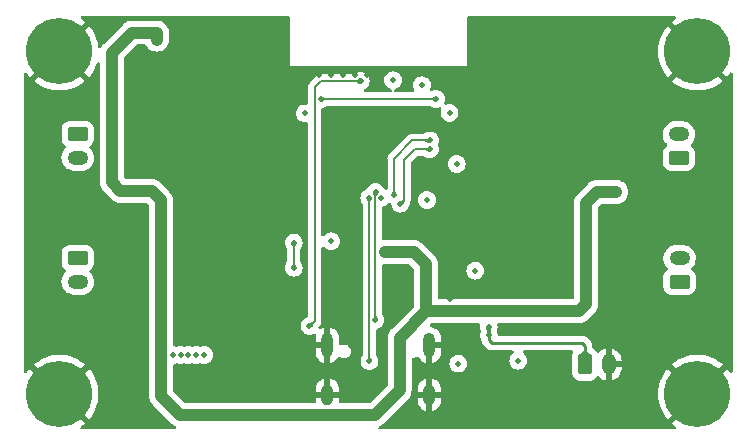
<source format=gbr>
%TF.GenerationSoftware,KiCad,Pcbnew,7.0.9*%
%TF.CreationDate,2023-12-10T21:37:23+08:00*%
%TF.ProjectId,E-Secnt Coach,452d5365-636e-4742-9043-6f6163682e6b,rev?*%
%TF.SameCoordinates,Original*%
%TF.FileFunction,Copper,L4,Bot*%
%TF.FilePolarity,Positive*%
%FSLAX46Y46*%
G04 Gerber Fmt 4.6, Leading zero omitted, Abs format (unit mm)*
G04 Created by KiCad (PCBNEW 7.0.9) date 2023-12-10 21:37:23*
%MOMM*%
%LPD*%
G01*
G04 APERTURE LIST*
G04 Aperture macros list*
%AMRoundRect*
0 Rectangle with rounded corners*
0 $1 Rounding radius*
0 $2 $3 $4 $5 $6 $7 $8 $9 X,Y pos of 4 corners*
0 Add a 4 corners polygon primitive as box body*
4,1,4,$2,$3,$4,$5,$6,$7,$8,$9,$2,$3,0*
0 Add four circle primitives for the rounded corners*
1,1,$1+$1,$2,$3*
1,1,$1+$1,$4,$5*
1,1,$1+$1,$6,$7*
1,1,$1+$1,$8,$9*
0 Add four rect primitives between the rounded corners*
20,1,$1+$1,$2,$3,$4,$5,0*
20,1,$1+$1,$4,$5,$6,$7,0*
20,1,$1+$1,$6,$7,$8,$9,0*
20,1,$1+$1,$8,$9,$2,$3,0*%
G04 Aperture macros list end*
%TA.AperFunction,ComponentPad*%
%ADD10RoundRect,0.250000X0.625000X-0.350000X0.625000X0.350000X-0.625000X0.350000X-0.625000X-0.350000X0*%
%TD*%
%TA.AperFunction,ComponentPad*%
%ADD11O,1.750000X1.200000*%
%TD*%
%TA.AperFunction,ComponentPad*%
%ADD12C,5.600000*%
%TD*%
%TA.AperFunction,ComponentPad*%
%ADD13RoundRect,0.250000X-0.625000X0.350000X-0.625000X-0.350000X0.625000X-0.350000X0.625000X0.350000X0*%
%TD*%
%TA.AperFunction,ComponentPad*%
%ADD14O,1.000000X2.100000*%
%TD*%
%TA.AperFunction,ComponentPad*%
%ADD15O,1.000000X1.800000*%
%TD*%
%TA.AperFunction,ComponentPad*%
%ADD16RoundRect,0.250000X-0.350000X-0.625000X0.350000X-0.625000X0.350000X0.625000X-0.350000X0.625000X0*%
%TD*%
%TA.AperFunction,ComponentPad*%
%ADD17O,1.200000X1.750000*%
%TD*%
%TA.AperFunction,ViaPad*%
%ADD18C,0.500000*%
%TD*%
%TA.AperFunction,Conductor*%
%ADD19C,0.127000*%
%TD*%
%TA.AperFunction,Conductor*%
%ADD20C,0.254000*%
%TD*%
%TA.AperFunction,Conductor*%
%ADD21C,1.016000*%
%TD*%
G04 APERTURE END LIST*
D10*
%TO.P,J4,1,Pin_1*%
%TO.N,Net-(J4-Pin_1)*%
X165450000Y-84000000D03*
D11*
%TO.P,J4,2,Pin_2*%
%TO.N,Net-(J4-Pin_2)*%
X165450000Y-82000000D03*
%TD*%
D12*
%TO.P,REF\u002A\u002A,1*%
%TO.N,GND*%
X167000000Y-104000000D03*
%TD*%
D13*
%TO.P,J3,1,Pin_1*%
%TO.N,Net-(J3-Pin_1)*%
X114550000Y-92500000D03*
D11*
%TO.P,J3,2,Pin_2*%
%TO.N,Net-(J3-Pin_2)*%
X114550000Y-94500000D03*
%TD*%
D12*
%TO.P,REF\u002A\u002A,1*%
%TO.N,GND*%
X113000000Y-75000000D03*
%TD*%
D14*
%TO.P,J1,S1,SHIELD*%
%TO.N,GND*%
X135680000Y-99875000D03*
D15*
X135680000Y-104075000D03*
D14*
X144320000Y-99875000D03*
D15*
X144320000Y-104075000D03*
%TD*%
D10*
%TO.P,J5,1,Pin_1*%
%TO.N,Net-(J5-Pin_1)*%
X165500000Y-94500000D03*
D11*
%TO.P,J5,2,Pin_2*%
%TO.N,Net-(J5-Pin_2)*%
X165500000Y-92500000D03*
%TD*%
D12*
%TO.P,REF\u002A\u002A,1*%
%TO.N,GND*%
X167000000Y-75000000D03*
%TD*%
D13*
%TO.P,J2,1,Pin_1*%
%TO.N,Net-(J2-Pin_1)*%
X114550000Y-82000000D03*
D11*
%TO.P,J2,2,Pin_2*%
%TO.N,Net-(J2-Pin_2)*%
X114550000Y-84000000D03*
%TD*%
D16*
%TO.P,J6,1,Pin_1*%
%TO.N,+BATT*%
X157500000Y-101500000D03*
D17*
%TO.P,J6,2,Pin_2*%
%TO.N,GND*%
X159500000Y-101500000D03*
%TD*%
D12*
%TO.P,REF\u002A\u002A,1*%
%TO.N,GND*%
X113000000Y-104000000D03*
%TD*%
D18*
%TO.N,GND*%
X148990000Y-80020000D03*
X147000000Y-77000000D03*
X144000000Y-77000000D03*
X132000000Y-74000000D03*
X152200000Y-85600000D03*
X127590000Y-75790000D03*
X140000000Y-81872000D03*
X138857000Y-83015000D03*
X133000000Y-77000000D03*
X136740000Y-86750000D03*
X136740000Y-87350000D03*
X130957600Y-81745000D03*
X143000000Y-77000000D03*
X140000000Y-83015000D03*
X148000000Y-77000000D03*
X152200000Y-85000000D03*
X128190000Y-75790000D03*
X140000000Y-77000000D03*
X148000000Y-86900000D03*
X132000000Y-76000000D03*
X128190000Y-75190000D03*
X138000000Y-77000000D03*
X140000000Y-80729000D03*
X112050000Y-99620000D03*
X138857000Y-80729000D03*
X164780000Y-99160000D03*
X132000000Y-73000000D03*
X131680000Y-86110000D03*
X164180000Y-99760000D03*
X137000000Y-77000000D03*
X141270000Y-83015000D03*
X137340000Y-87350000D03*
X137340000Y-86750000D03*
X148000000Y-76000000D03*
X147400000Y-86300000D03*
X111450000Y-99020000D03*
X164180000Y-99160000D03*
X148370000Y-98470000D03*
X140630000Y-89560000D03*
X152800000Y-85600000D03*
X148000000Y-75000000D03*
X134000000Y-77000000D03*
X130690000Y-80530000D03*
X145000000Y-77000000D03*
X140980000Y-95940000D03*
X152800000Y-85000000D03*
X148000000Y-74000000D03*
X136000000Y-77000000D03*
X140630000Y-88950000D03*
X132000000Y-75000000D03*
X131080000Y-86710000D03*
X130690000Y-79940000D03*
X131080000Y-86110000D03*
X127590000Y-75190000D03*
X148000000Y-86300000D03*
X148000000Y-73000000D03*
X138857000Y-81872000D03*
X146000000Y-77000000D03*
X147400000Y-86900000D03*
X112050000Y-99020000D03*
X139000000Y-77000000D03*
X131680000Y-86710000D03*
X141270000Y-80729000D03*
X164780000Y-99760000D03*
X111450000Y-99620000D03*
X132000000Y-77000000D03*
X135000000Y-77000000D03*
X141270000Y-81872000D03*
X146040000Y-95960000D03*
%TO.N,/D+*%
X139750000Y-97750000D03*
X139760000Y-86895000D03*
%TO.N,/D-*%
X139250000Y-101250000D03*
X139237000Y-87381031D03*
%TO.N,+3V3*%
X125250000Y-100700000D03*
X141250000Y-77450000D03*
X140266057Y-87377918D03*
X146775000Y-101430000D03*
X122600000Y-100700000D03*
X146025000Y-80200000D03*
X123250000Y-100700000D03*
X144130000Y-87580000D03*
X133775000Y-80250000D03*
X124575000Y-100700000D03*
X123900000Y-100700000D03*
X143700000Y-77870000D03*
X136000000Y-91085000D03*
X146625000Y-84525000D03*
%TO.N,PWM_3*%
X135130000Y-79020000D03*
X144890000Y-79020000D03*
%TO.N,/IO0*%
X132840000Y-91180000D03*
X132840000Y-93310000D03*
%TO.N,/EN*%
X134170000Y-98240000D03*
X138510724Y-77499912D03*
%TO.N,/TX*%
X141852955Y-87891811D03*
X144360000Y-83290000D03*
%TO.N,/RX*%
X141340000Y-87155000D03*
X144370000Y-82540000D03*
%TO.N,+BATT*%
X149350000Y-99007003D03*
X149350000Y-98357500D03*
%TO.N,Net-(U4-PROG)*%
X148210000Y-93560000D03*
X151850000Y-101180000D03*
%TO.N,VCC*%
X120150000Y-86800000D03*
X121250000Y-73400000D03*
X131220000Y-105820000D03*
X144340000Y-97120000D03*
X145110000Y-97120000D03*
X145920000Y-97130000D03*
X141190000Y-91970000D03*
X121250000Y-73998000D03*
X129810000Y-105820000D03*
X119425000Y-86800000D03*
X160149503Y-86900000D03*
X140400000Y-91970000D03*
X159456400Y-86901200D03*
X130530000Y-105820000D03*
X152630000Y-97010000D03*
%TD*%
D19*
%TO.N,/D+*%
X139750000Y-86905000D02*
X139760000Y-86895000D01*
X139750000Y-97750000D02*
X139750000Y-86905000D01*
%TO.N,/D-*%
X139237000Y-101237000D02*
X139250000Y-101250000D01*
X139237000Y-87381031D02*
X139237000Y-101237000D01*
%TO.N,PWM_3*%
X135130000Y-79020000D02*
X144890000Y-79020000D01*
%TO.N,/IO0*%
X132840000Y-91180000D02*
X132840000Y-93310000D01*
%TO.N,/EN*%
X134170000Y-98240000D02*
X134616500Y-97793500D01*
X135146500Y-77513500D02*
X138497136Y-77513500D01*
X134616500Y-78043500D02*
X135146500Y-77513500D01*
X138497136Y-77513500D02*
X138510724Y-77499912D01*
X134616500Y-97793500D02*
X134616500Y-78043500D01*
%TO.N,/TX*%
X143100000Y-83290000D02*
X144360000Y-83290000D01*
X142159000Y-84231000D02*
X143100000Y-83290000D01*
X142159000Y-87585766D02*
X142159000Y-84231000D01*
X141852955Y-87891811D02*
X142159000Y-87585766D01*
%TO.N,/RX*%
X142870000Y-82540000D02*
X144370000Y-82540000D01*
X141340000Y-87155000D02*
X141340000Y-84070000D01*
X141340000Y-84070000D02*
X142870000Y-82540000D01*
D20*
%TO.N,+BATT*%
X157500000Y-99960000D02*
X157500000Y-101500000D01*
X157230000Y-99690000D02*
X157500000Y-99960000D01*
X149620000Y-99690000D02*
X157230000Y-99690000D01*
X149350000Y-98357500D02*
X149350000Y-99420000D01*
X149350000Y-99420000D02*
X149620000Y-99690000D01*
D21*
%TO.N,VCC*%
X158500000Y-86900000D02*
X160149503Y-86900000D01*
X157000000Y-97000000D02*
X157600000Y-96400000D01*
X119135000Y-73400000D02*
X121250000Y-73400000D01*
X117425000Y-75110000D02*
X119135000Y-73400000D01*
X152620000Y-97000000D02*
X152630000Y-97010000D01*
X144050000Y-97000000D02*
X144050000Y-93020000D01*
X121600000Y-104170000D02*
X123230000Y-105800000D01*
X117425000Y-86075000D02*
X117425000Y-75110000D01*
X120150000Y-86800000D02*
X120800000Y-86800000D01*
X121250000Y-73400000D02*
X121250000Y-73998000D01*
X157600000Y-96400000D02*
X157600000Y-87800000D01*
X152630000Y-97010000D02*
X152640000Y-97000000D01*
X120150000Y-86800000D02*
X118150000Y-86800000D01*
X139700000Y-105800000D02*
X141807000Y-103693000D01*
X144050000Y-97000000D02*
X152620000Y-97000000D01*
X152640000Y-97000000D02*
X157000000Y-97000000D01*
X157600000Y-87800000D02*
X158500000Y-86900000D01*
X141807000Y-99243000D02*
X144050000Y-97000000D01*
X141807000Y-103693000D02*
X141807000Y-99243000D01*
X123230000Y-105800000D02*
X139700000Y-105800000D01*
X118150000Y-86800000D02*
X117425000Y-86075000D01*
X120800000Y-86800000D02*
X121600000Y-87600000D01*
X143000000Y-91970000D02*
X140521500Y-91970000D01*
X121600000Y-87600000D02*
X121600000Y-104170000D01*
X144050000Y-93020000D02*
X143000000Y-91970000D01*
%TD*%
%TA.AperFunction,Conductor*%
%TO.N,GND*%
G36*
X116314906Y-75914380D02*
G01*
X116376757Y-75950837D01*
X116412092Y-76013336D01*
X116416500Y-76048024D01*
X116416500Y-86022043D01*
X116416166Y-86028844D01*
X116411620Y-86074999D01*
X116411620Y-86075001D01*
X116431091Y-86272704D01*
X116431092Y-86272707D01*
X116488050Y-86460468D01*
X116488759Y-86462805D01*
X116515159Y-86512196D01*
X116582405Y-86638004D01*
X116621234Y-86685317D01*
X116708427Y-86791563D01*
X116708429Y-86791565D01*
X116708432Y-86791568D01*
X116744283Y-86820990D01*
X116749328Y-86825563D01*
X117399440Y-87475674D01*
X117404004Y-87480710D01*
X117433432Y-87516568D01*
X117586996Y-87642595D01*
X117639418Y-87670615D01*
X117762191Y-87736239D01*
X117762202Y-87736243D01*
X117792643Y-87745478D01*
X117952292Y-87793907D01*
X117952295Y-87793908D01*
X117952296Y-87793908D01*
X117952299Y-87793909D01*
X118100450Y-87808500D01*
X118149998Y-87813380D01*
X118150000Y-87813380D01*
X118150001Y-87813380D01*
X118162584Y-87812140D01*
X118196161Y-87808833D01*
X118202957Y-87808500D01*
X120100453Y-87808500D01*
X120324814Y-87808500D01*
X120394164Y-87827082D01*
X120422890Y-87849124D01*
X120550876Y-87977110D01*
X120586774Y-88039288D01*
X120591500Y-88075186D01*
X120591500Y-104117043D01*
X120591166Y-104123844D01*
X120586620Y-104169999D01*
X120586620Y-104170001D01*
X120606090Y-104367696D01*
X120606090Y-104367697D01*
X120606091Y-104367701D01*
X120644998Y-104495956D01*
X120647046Y-104502708D01*
X120663758Y-104557803D01*
X120663760Y-104557808D01*
X120729400Y-104680610D01*
X120757405Y-104733004D01*
X120795067Y-104778895D01*
X120883427Y-104886563D01*
X120883429Y-104886565D01*
X120883432Y-104886568D01*
X120919283Y-104915990D01*
X120924328Y-104920563D01*
X122479440Y-106475674D01*
X122484004Y-106480710D01*
X122505002Y-106506296D01*
X122513431Y-106516567D01*
X122513433Y-106516569D01*
X122540970Y-106539167D01*
X122666996Y-106642595D01*
X122750496Y-106687226D01*
X122846380Y-106738478D01*
X122898781Y-106787557D01*
X122919623Y-106856262D01*
X122903319Y-106926183D01*
X122854240Y-106978584D01*
X122785535Y-106999426D01*
X122780997Y-106999500D01*
X114915229Y-106999500D01*
X114845879Y-106980918D01*
X114795111Y-106930150D01*
X114776529Y-106860800D01*
X114795111Y-106791450D01*
X114843720Y-106741955D01*
X114854630Y-106735390D01*
X114854643Y-106735381D01*
X115139505Y-106518836D01*
X115152742Y-106506296D01*
X113944180Y-105297733D01*
X114134870Y-105134870D01*
X114297733Y-104944180D01*
X115503556Y-106150003D01*
X115503557Y-106150003D01*
X115630960Y-106000014D01*
X115630974Y-105999996D01*
X115831780Y-105703830D01*
X115831782Y-105703826D01*
X115999390Y-105387684D01*
X115999401Y-105387659D01*
X116131849Y-105055243D01*
X116227579Y-104710457D01*
X116227581Y-104710448D01*
X116285473Y-104357323D01*
X116304846Y-104000000D01*
X116285473Y-103642676D01*
X116227581Y-103289551D01*
X116227579Y-103289542D01*
X116131849Y-102944756D01*
X115999401Y-102612340D01*
X115999390Y-102612315D01*
X115831782Y-102296173D01*
X115831780Y-102296169D01*
X115630974Y-102000003D01*
X115630969Y-101999996D01*
X115503556Y-101849996D01*
X114297733Y-103055819D01*
X114134870Y-102865130D01*
X113944178Y-102702265D01*
X115152742Y-101493702D01*
X115139519Y-101481176D01*
X114854634Y-101264612D01*
X114854628Y-101264608D01*
X114548022Y-101080130D01*
X114223246Y-100929872D01*
X113884127Y-100815611D01*
X113534664Y-100738688D01*
X113178919Y-100700000D01*
X112821081Y-100700000D01*
X112465335Y-100738688D01*
X112115872Y-100815611D01*
X111776753Y-100929872D01*
X111451977Y-101080130D01*
X111145371Y-101264608D01*
X111145365Y-101264612D01*
X110860491Y-101481167D01*
X110847256Y-101493702D01*
X112055820Y-102702266D01*
X111865130Y-102865130D01*
X111702266Y-103055819D01*
X110496441Y-101849995D01*
X110369038Y-101999986D01*
X110369025Y-102000003D01*
X110254000Y-102169653D01*
X110199702Y-102216625D01*
X110129192Y-102230154D01*
X110061363Y-102206616D01*
X110014391Y-102152318D01*
X110000500Y-102091816D01*
X110000500Y-94447392D01*
X113170746Y-94447392D01*
X113180745Y-94657325D01*
X113180746Y-94657333D01*
X113230294Y-94861571D01*
X113230295Y-94861574D01*
X113230296Y-94861576D01*
X113317604Y-95052753D01*
X113380626Y-95141255D01*
X113439516Y-95223955D01*
X113591623Y-95368987D01*
X113671932Y-95420598D01*
X113768428Y-95482613D01*
X113963543Y-95560725D01*
X113963546Y-95560726D01*
X114169909Y-95600499D01*
X114169915Y-95600500D01*
X114877427Y-95600500D01*
X114940142Y-95594511D01*
X115034218Y-95585528D01*
X115235875Y-95526316D01*
X115422682Y-95430011D01*
X115587886Y-95300092D01*
X115587888Y-95300089D01*
X115587890Y-95300088D01*
X115701189Y-95169334D01*
X115725519Y-95141256D01*
X115830604Y-94959244D01*
X115899344Y-94760633D01*
X115929254Y-94552602D01*
X115919254Y-94342670D01*
X115869704Y-94138424D01*
X115782396Y-93947247D01*
X115660486Y-93776048D01*
X115660485Y-93776047D01*
X115660483Y-93776044D01*
X115571707Y-93691398D01*
X115534339Y-93630092D01*
X115532630Y-93558316D01*
X115567037Y-93495302D01*
X115594599Y-93472970D01*
X115643656Y-93442712D01*
X115767712Y-93318656D01*
X115859814Y-93169334D01*
X115914999Y-93002797D01*
X115925500Y-92900009D01*
X115925499Y-92099992D01*
X115914999Y-91997203D01*
X115859814Y-91830666D01*
X115767712Y-91681344D01*
X115643656Y-91557288D01*
X115572468Y-91513379D01*
X115494333Y-91465185D01*
X115327797Y-91410001D01*
X115327801Y-91410001D01*
X115225009Y-91399500D01*
X113874996Y-91399500D01*
X113874984Y-91399501D01*
X113772201Y-91410001D01*
X113605666Y-91465186D01*
X113456345Y-91557287D01*
X113332287Y-91681345D01*
X113240185Y-91830666D01*
X113185001Y-91997200D01*
X113174500Y-92099985D01*
X113174500Y-92900003D01*
X113174501Y-92900015D01*
X113185001Y-93002798D01*
X113199524Y-93046625D01*
X113240186Y-93169334D01*
X113332288Y-93318656D01*
X113456344Y-93442712D01*
X113501821Y-93470762D01*
X113551091Y-93522985D01*
X113567648Y-93592846D01*
X113547057Y-93661626D01*
X113514757Y-93697828D01*
X113512116Y-93699905D01*
X113512109Y-93699911D01*
X113374486Y-93858737D01*
X113374480Y-93858744D01*
X113269394Y-94040758D01*
X113200655Y-94239367D01*
X113170746Y-94447392D01*
X110000500Y-94447392D01*
X110000500Y-83947398D01*
X113170746Y-83947398D01*
X113171951Y-83972690D01*
X113180745Y-84157325D01*
X113180746Y-84157333D01*
X113230294Y-84361571D01*
X113230295Y-84361574D01*
X113230296Y-84361576D01*
X113317604Y-84552753D01*
X113380626Y-84641255D01*
X113439516Y-84723955D01*
X113591623Y-84868987D01*
X113671932Y-84920598D01*
X113768428Y-84982613D01*
X113963543Y-85060725D01*
X113963546Y-85060726D01*
X114169909Y-85100499D01*
X114169915Y-85100500D01*
X114877427Y-85100500D01*
X114940142Y-85094511D01*
X115034218Y-85085528D01*
X115235875Y-85026316D01*
X115422682Y-84930011D01*
X115587886Y-84800092D01*
X115587888Y-84800089D01*
X115587890Y-84800088D01*
X115680631Y-84693059D01*
X115725519Y-84641256D01*
X115830604Y-84459244D01*
X115899344Y-84260633D01*
X115926753Y-84069999D01*
X115929254Y-84052605D01*
X115929254Y-84052602D01*
X115922556Y-83911982D01*
X115919254Y-83842670D01*
X115869704Y-83638424D01*
X115782396Y-83447247D01*
X115660486Y-83276048D01*
X115660485Y-83276047D01*
X115660483Y-83276044D01*
X115571707Y-83191398D01*
X115534339Y-83130092D01*
X115532630Y-83058316D01*
X115567037Y-82995302D01*
X115594599Y-82972970D01*
X115643656Y-82942712D01*
X115767712Y-82818656D01*
X115859814Y-82669334D01*
X115914999Y-82502797D01*
X115925500Y-82400009D01*
X115925499Y-81599992D01*
X115914999Y-81497203D01*
X115859814Y-81330666D01*
X115767712Y-81181344D01*
X115643656Y-81057288D01*
X115554117Y-81002060D01*
X115494333Y-80965185D01*
X115327797Y-80910001D01*
X115327801Y-80910001D01*
X115225009Y-80899500D01*
X113874996Y-80899500D01*
X113874984Y-80899501D01*
X113772201Y-80910001D01*
X113605666Y-80965186D01*
X113456345Y-81057287D01*
X113332287Y-81181345D01*
X113240185Y-81330666D01*
X113185001Y-81497200D01*
X113174500Y-81599985D01*
X113174500Y-82400003D01*
X113174501Y-82400015D01*
X113185001Y-82502798D01*
X113197329Y-82540000D01*
X113240186Y-82669334D01*
X113332288Y-82818656D01*
X113456344Y-82942712D01*
X113501821Y-82970762D01*
X113551091Y-83022985D01*
X113567648Y-83092846D01*
X113547057Y-83161626D01*
X113514757Y-83197828D01*
X113512116Y-83199905D01*
X113512109Y-83199911D01*
X113374486Y-83358737D01*
X113374480Y-83358744D01*
X113269394Y-83540758D01*
X113200655Y-83739367D01*
X113170746Y-83947392D01*
X113170746Y-83947396D01*
X113170746Y-83947398D01*
X110000500Y-83947398D01*
X110000500Y-76908183D01*
X110019082Y-76838833D01*
X110069850Y-76788065D01*
X110139200Y-76769483D01*
X110208550Y-76788065D01*
X110254001Y-76830347D01*
X110369028Y-77000000D01*
X110369030Y-77000003D01*
X110496442Y-77150002D01*
X111702265Y-75944179D01*
X111865130Y-76134870D01*
X112055818Y-76297733D01*
X110847256Y-77506296D01*
X110860480Y-77518823D01*
X111145365Y-77735387D01*
X111145371Y-77735391D01*
X111451977Y-77919869D01*
X111776753Y-78070127D01*
X112115872Y-78184388D01*
X112465335Y-78261311D01*
X112821081Y-78300000D01*
X113178919Y-78300000D01*
X113534664Y-78261311D01*
X113884127Y-78184388D01*
X114223246Y-78070127D01*
X114548022Y-77919869D01*
X114854628Y-77735391D01*
X114854643Y-77735381D01*
X115139505Y-77518836D01*
X115152742Y-77506296D01*
X113944179Y-76297733D01*
X114134870Y-76134870D01*
X114297733Y-75944180D01*
X115503556Y-77150003D01*
X115503557Y-77150003D01*
X115630960Y-77000014D01*
X115630974Y-76999996D01*
X115831780Y-76703830D01*
X115831782Y-76703826D01*
X115999390Y-76387684D01*
X115999401Y-76387659D01*
X116131849Y-76055243D01*
X116144156Y-76010918D01*
X116180613Y-75949067D01*
X116243112Y-75913732D01*
X116314906Y-75914380D01*
G37*
%TD.AperFunction*%
%TA.AperFunction,Conductor*%
G36*
X132430650Y-72019082D02*
G01*
X132481418Y-72069850D01*
X132500000Y-72139200D01*
X132500000Y-76246000D01*
X132500001Y-76246000D01*
X147499999Y-76246000D01*
X147500000Y-76246000D01*
X147500000Y-72139200D01*
X147518582Y-72069850D01*
X147569350Y-72019082D01*
X147638700Y-72000500D01*
X165084771Y-72000500D01*
X165154121Y-72019082D01*
X165204889Y-72069850D01*
X165223471Y-72139200D01*
X165204889Y-72208550D01*
X165156280Y-72258045D01*
X165145369Y-72264609D01*
X165145365Y-72264612D01*
X164860491Y-72481167D01*
X164847256Y-72493703D01*
X166055819Y-73702266D01*
X165865130Y-73865130D01*
X165702266Y-74055820D01*
X164496441Y-72849995D01*
X164369038Y-72999986D01*
X164369025Y-73000003D01*
X164168219Y-73296169D01*
X164168217Y-73296173D01*
X164000609Y-73612315D01*
X164000598Y-73612340D01*
X163868150Y-73944756D01*
X163772420Y-74289542D01*
X163772418Y-74289551D01*
X163714526Y-74642676D01*
X163695153Y-75000000D01*
X163714526Y-75357323D01*
X163772418Y-75710448D01*
X163772420Y-75710457D01*
X163868150Y-76055243D01*
X164000598Y-76387659D01*
X164000609Y-76387684D01*
X164168217Y-76703826D01*
X164168219Y-76703830D01*
X164369025Y-76999996D01*
X164369030Y-77000003D01*
X164496442Y-77150002D01*
X165702265Y-75944178D01*
X165865130Y-76134870D01*
X166055818Y-76297733D01*
X164847256Y-77506296D01*
X164860480Y-77518823D01*
X165145365Y-77735387D01*
X165145371Y-77735391D01*
X165451977Y-77919869D01*
X165776753Y-78070127D01*
X166115872Y-78184388D01*
X166465335Y-78261311D01*
X166821081Y-78300000D01*
X167178919Y-78300000D01*
X167534664Y-78261311D01*
X167884127Y-78184388D01*
X168223246Y-78070127D01*
X168548022Y-77919869D01*
X168854628Y-77735391D01*
X168854643Y-77735381D01*
X169139505Y-77518836D01*
X169152742Y-77506296D01*
X167944179Y-76297733D01*
X168134870Y-76134870D01*
X168297733Y-75944180D01*
X169503556Y-77150003D01*
X169503557Y-77150003D01*
X169630960Y-77000014D01*
X169630971Y-77000000D01*
X169745999Y-76830347D01*
X169800298Y-76783374D01*
X169870808Y-76769845D01*
X169938636Y-76793382D01*
X169985609Y-76847681D01*
X169999500Y-76908183D01*
X169999500Y-102091816D01*
X169980918Y-102161166D01*
X169930150Y-102211934D01*
X169860800Y-102230516D01*
X169791450Y-102211934D01*
X169746000Y-102169653D01*
X169630974Y-102000003D01*
X169630969Y-101999996D01*
X169503556Y-101849996D01*
X168297733Y-103055818D01*
X168134870Y-102865130D01*
X167944178Y-102702265D01*
X169152742Y-101493702D01*
X169139519Y-101481176D01*
X168854634Y-101264612D01*
X168854628Y-101264608D01*
X168548022Y-101080130D01*
X168223246Y-100929872D01*
X167884127Y-100815611D01*
X167534664Y-100738688D01*
X167178919Y-100700000D01*
X166821081Y-100700000D01*
X166465335Y-100738688D01*
X166115872Y-100815611D01*
X165776753Y-100929872D01*
X165451977Y-101080130D01*
X165145371Y-101264608D01*
X165145365Y-101264612D01*
X164860491Y-101481167D01*
X164847256Y-101493702D01*
X166055820Y-102702266D01*
X165865130Y-102865130D01*
X165702266Y-103055820D01*
X164496441Y-101849995D01*
X164369038Y-101999986D01*
X164369025Y-102000003D01*
X164168219Y-102296169D01*
X164168217Y-102296173D01*
X164000609Y-102612315D01*
X164000598Y-102612340D01*
X163868150Y-102944756D01*
X163772420Y-103289542D01*
X163772418Y-103289551D01*
X163714526Y-103642676D01*
X163695153Y-104000000D01*
X163714526Y-104357323D01*
X163772418Y-104710448D01*
X163772420Y-104710457D01*
X163868150Y-105055243D01*
X164000598Y-105387659D01*
X164000609Y-105387684D01*
X164168217Y-105703826D01*
X164168219Y-105703830D01*
X164369025Y-105999996D01*
X164369030Y-106000003D01*
X164496442Y-106150002D01*
X165702265Y-104944178D01*
X165865130Y-105134870D01*
X166055818Y-105297733D01*
X164847256Y-106506296D01*
X164860480Y-106518823D01*
X165145365Y-106735387D01*
X165145369Y-106735390D01*
X165156280Y-106741955D01*
X165206122Y-106793632D01*
X165223448Y-106863306D01*
X165203616Y-106932309D01*
X165151939Y-106982151D01*
X165084771Y-106999500D01*
X140149003Y-106999500D01*
X140079653Y-106980918D01*
X140028885Y-106930150D01*
X140010303Y-106860800D01*
X140028885Y-106791450D01*
X140079653Y-106740682D01*
X140083620Y-106738478D01*
X140179503Y-106687226D01*
X140263004Y-106642595D01*
X140416568Y-106516568D01*
X140445999Y-106480704D01*
X140450559Y-106475674D01*
X142400513Y-104525719D01*
X143320000Y-104525719D01*
X143335417Y-104677328D01*
X143335419Y-104677339D01*
X143396303Y-104871389D01*
X143495004Y-105049214D01*
X143627480Y-105203531D01*
X143627481Y-105203532D01*
X143788309Y-105328021D01*
X143970902Y-105417586D01*
X143970901Y-105417586D01*
X144070000Y-105443244D01*
X144070000Y-104641110D01*
X144094457Y-104680610D01*
X144183962Y-104748201D01*
X144291840Y-104778895D01*
X144403521Y-104768546D01*
X144503922Y-104718552D01*
X144570000Y-104646069D01*
X144570000Y-105448365D01*
X144571948Y-105448067D01*
X144762663Y-105377435D01*
X144762671Y-105377431D01*
X144935264Y-105269852D01*
X144935265Y-105269852D01*
X145082668Y-105129734D01*
X145198855Y-104962804D01*
X145279060Y-104775903D01*
X145319999Y-104576693D01*
X145320000Y-104576687D01*
X145320000Y-104325001D01*
X145319999Y-104325000D01*
X144620000Y-104325000D01*
X144620000Y-103825000D01*
X145319999Y-103825000D01*
X145320000Y-103824999D01*
X145320000Y-103624288D01*
X145319999Y-103624280D01*
X145304582Y-103472671D01*
X145304580Y-103472660D01*
X145243696Y-103278610D01*
X145144995Y-103100785D01*
X145012519Y-102946468D01*
X145012518Y-102946467D01*
X144851690Y-102821978D01*
X144669097Y-102732413D01*
X144669089Y-102732410D01*
X144570000Y-102706753D01*
X144570000Y-103508889D01*
X144545543Y-103469390D01*
X144456038Y-103401799D01*
X144348160Y-103371105D01*
X144236479Y-103381454D01*
X144136078Y-103431448D01*
X144070000Y-103503930D01*
X144070000Y-102701632D01*
X144069999Y-102701632D01*
X144068060Y-102701930D01*
X144068050Y-102701932D01*
X143877336Y-102772564D01*
X143877328Y-102772568D01*
X143704735Y-102880147D01*
X143704734Y-102880147D01*
X143557331Y-103020265D01*
X143441144Y-103187195D01*
X143360939Y-103374096D01*
X143320000Y-103573306D01*
X143320000Y-103824999D01*
X143320001Y-103825000D01*
X144020000Y-103825000D01*
X144020000Y-104325000D01*
X143320001Y-104325000D01*
X143320000Y-104325001D01*
X143320000Y-104525719D01*
X142400513Y-104525719D01*
X142482678Y-104443554D01*
X142487704Y-104438999D01*
X142523568Y-104409568D01*
X142649595Y-104256004D01*
X142743241Y-104080804D01*
X142800909Y-103890701D01*
X142820380Y-103693000D01*
X142815833Y-103646838D01*
X142815500Y-103640043D01*
X142815500Y-101430000D01*
X146019751Y-101430000D01*
X146038686Y-101598055D01*
X146038686Y-101598057D01*
X146038687Y-101598059D01*
X146077136Y-101707941D01*
X146094544Y-101757690D01*
X146094545Y-101757693D01*
X146121141Y-101800019D01*
X146184523Y-101900890D01*
X146304110Y-102020477D01*
X146398729Y-102079930D01*
X146447306Y-102110454D01*
X146447307Y-102110454D01*
X146447310Y-102110456D01*
X146606941Y-102166313D01*
X146775000Y-102185249D01*
X146943059Y-102166313D01*
X147102690Y-102110456D01*
X147245890Y-102020477D01*
X147365477Y-101900890D01*
X147455456Y-101757690D01*
X147511313Y-101598059D01*
X147530249Y-101430000D01*
X147511313Y-101261941D01*
X147455456Y-101102310D01*
X147455454Y-101102307D01*
X147455454Y-101102306D01*
X147424930Y-101053729D01*
X147365477Y-100959110D01*
X147245890Y-100839523D01*
X147153188Y-100781274D01*
X147102693Y-100749545D01*
X147102690Y-100749544D01*
X147043678Y-100728895D01*
X146943059Y-100693687D01*
X146943057Y-100693686D01*
X146943055Y-100693686D01*
X146775000Y-100674751D01*
X146606944Y-100693686D01*
X146447309Y-100749544D01*
X146447306Y-100749545D01*
X146304110Y-100839523D01*
X146184523Y-100959110D01*
X146094545Y-101102306D01*
X146094544Y-101102309D01*
X146038686Y-101261944D01*
X146019751Y-101430000D01*
X142815500Y-101430000D01*
X142815500Y-101106910D01*
X142834082Y-101037560D01*
X142884850Y-100986792D01*
X142936091Y-100969397D01*
X143040236Y-100955687D01*
X143180233Y-100897698D01*
X143233836Y-100856566D01*
X143300166Y-100829091D01*
X143371348Y-100838461D01*
X143428308Y-100882168D01*
X143439543Y-100899292D01*
X143495005Y-100999216D01*
X143627480Y-101153531D01*
X143627481Y-101153532D01*
X143788309Y-101278021D01*
X143970902Y-101367586D01*
X143970901Y-101367586D01*
X144070000Y-101393244D01*
X144070000Y-100591110D01*
X144094457Y-100630610D01*
X144183962Y-100698201D01*
X144291840Y-100728895D01*
X144403521Y-100718546D01*
X144503922Y-100668552D01*
X144570000Y-100596069D01*
X144570000Y-101398364D01*
X144571948Y-101398067D01*
X144762663Y-101327435D01*
X144762671Y-101327431D01*
X144935264Y-101219852D01*
X144935265Y-101219852D01*
X145082668Y-101079734D01*
X145198855Y-100912804D01*
X145279060Y-100725903D01*
X145319999Y-100526693D01*
X145320000Y-100526687D01*
X145320000Y-100125001D01*
X145319999Y-100125000D01*
X144620000Y-100125000D01*
X144620000Y-99625000D01*
X145319999Y-99625000D01*
X145320000Y-99624999D01*
X145320000Y-99274288D01*
X145319999Y-99274280D01*
X145304582Y-99122671D01*
X145304580Y-99122660D01*
X145243696Y-98928610D01*
X145144995Y-98750785D01*
X145012519Y-98596468D01*
X145012518Y-98596467D01*
X144851690Y-98471978D01*
X144669097Y-98382413D01*
X144669089Y-98382410D01*
X144472212Y-98331435D01*
X144465249Y-98330368D01*
X144465430Y-98329183D01*
X144404112Y-98309371D01*
X144355983Y-98256095D01*
X144340940Y-98185892D01*
X144363014Y-98117573D01*
X144381382Y-98094851D01*
X144427111Y-98049123D01*
X144489289Y-98013226D01*
X144525186Y-98008500D01*
X148481522Y-98008500D01*
X148550872Y-98027082D01*
X148601640Y-98077850D01*
X148620222Y-98147200D01*
X148614374Y-98181614D01*
X148615419Y-98181853D01*
X148613686Y-98189440D01*
X148594751Y-98357500D01*
X148613686Y-98525557D01*
X148613687Y-98525559D01*
X148647940Y-98623452D01*
X148649727Y-98628557D01*
X148651199Y-98633305D01*
X148654977Y-98647230D01*
X148655201Y-98719026D01*
X148652033Y-98729354D01*
X148613686Y-98838945D01*
X148594751Y-99007003D01*
X148613686Y-99175058D01*
X148613686Y-99175060D01*
X148613687Y-99175062D01*
X148645584Y-99266220D01*
X148659539Y-99306102D01*
X148669544Y-99334693D01*
X148701241Y-99385139D01*
X148722403Y-99453745D01*
X148722500Y-99458931D01*
X148722500Y-99459477D01*
X148723328Y-99466030D01*
X148723840Y-99472541D01*
X148725298Y-99518936D01*
X148725300Y-99518951D01*
X148730594Y-99537171D01*
X148735007Y-99558482D01*
X148737382Y-99577287D01*
X148737383Y-99577289D01*
X148737384Y-99577293D01*
X148742057Y-99589096D01*
X148754466Y-99620438D01*
X148756583Y-99626621D01*
X148764914Y-99655298D01*
X148769532Y-99671191D01*
X148779190Y-99687522D01*
X148788761Y-99707058D01*
X148795747Y-99724703D01*
X148795748Y-99724704D01*
X148823020Y-99762241D01*
X148826610Y-99767705D01*
X148847310Y-99802707D01*
X148850238Y-99807657D01*
X148863655Y-99821075D01*
X148877786Y-99837620D01*
X148888934Y-99852964D01*
X148888935Y-99852965D01*
X148888937Y-99852967D01*
X148923205Y-99881316D01*
X148924680Y-99882536D01*
X148929516Y-99886936D01*
X149116479Y-100073898D01*
X149126755Y-100086723D01*
X149127099Y-100086440D01*
X149132656Y-100093158D01*
X149132659Y-100093161D01*
X149132660Y-100093162D01*
X149183258Y-100140677D01*
X149204204Y-100161623D01*
X149208431Y-100164901D01*
X149209427Y-100165674D01*
X149214399Y-100169920D01*
X149248233Y-100201693D01*
X149248235Y-100201694D01*
X149248236Y-100201695D01*
X149264858Y-100210833D01*
X149283052Y-100222783D01*
X149298038Y-100234408D01*
X149340626Y-100252837D01*
X149346492Y-100255711D01*
X149368913Y-100268037D01*
X149387166Y-100278072D01*
X149387171Y-100278073D01*
X149387173Y-100278074D01*
X149405537Y-100282789D01*
X149426134Y-100289841D01*
X149434994Y-100293675D01*
X149443542Y-100297374D01*
X149489402Y-100304636D01*
X149495772Y-100305956D01*
X149540728Y-100317500D01*
X149559703Y-100317500D01*
X149581399Y-100319207D01*
X149600133Y-100322175D01*
X149646332Y-100317807D01*
X149652856Y-100317500D01*
X151330594Y-100317500D01*
X151399944Y-100336082D01*
X151450712Y-100386850D01*
X151469294Y-100456200D01*
X151450712Y-100525550D01*
X151404388Y-100573640D01*
X151379111Y-100589522D01*
X151259523Y-100709110D01*
X151169545Y-100852306D01*
X151169544Y-100852309D01*
X151113686Y-101011944D01*
X151094751Y-101180000D01*
X151113686Y-101348055D01*
X151113686Y-101348057D01*
X151113687Y-101348059D01*
X151131290Y-101398365D01*
X151169544Y-101507690D01*
X151169545Y-101507693D01*
X151213528Y-101577690D01*
X151259523Y-101650890D01*
X151379110Y-101770477D01*
X151426126Y-101800019D01*
X151522306Y-101860454D01*
X151522307Y-101860454D01*
X151522310Y-101860456D01*
X151681941Y-101916313D01*
X151850000Y-101935249D01*
X152018059Y-101916313D01*
X152177690Y-101860456D01*
X152320890Y-101770477D01*
X152440477Y-101650890D01*
X152530456Y-101507690D01*
X152586313Y-101348059D01*
X152605249Y-101180000D01*
X152586313Y-101011941D01*
X152530456Y-100852310D01*
X152530454Y-100852307D01*
X152530454Y-100852306D01*
X152465884Y-100749545D01*
X152440477Y-100709110D01*
X152320890Y-100589523D01*
X152295611Y-100573639D01*
X152246778Y-100521009D01*
X152230803Y-100451012D01*
X152251966Y-100382406D01*
X152304597Y-100333572D01*
X152369406Y-100317500D01*
X156363575Y-100317500D01*
X156432925Y-100336082D01*
X156483693Y-100386850D01*
X156502275Y-100456200D01*
X156483693Y-100525550D01*
X156481625Y-100529013D01*
X156465187Y-100555663D01*
X156465186Y-100555665D01*
X156410001Y-100722200D01*
X156399500Y-100824985D01*
X156399500Y-102175003D01*
X156399501Y-102175015D01*
X156403273Y-102211934D01*
X156410001Y-102277797D01*
X156465186Y-102444334D01*
X156557288Y-102593656D01*
X156681344Y-102717712D01*
X156830666Y-102809814D01*
X156997200Y-102864998D01*
X156997203Y-102864999D01*
X157099991Y-102875500D01*
X157900008Y-102875499D01*
X158002797Y-102864999D01*
X158169334Y-102809814D01*
X158318656Y-102717712D01*
X158442712Y-102593656D01*
X158471042Y-102547724D01*
X158523262Y-102498456D01*
X158593123Y-102481898D01*
X158661903Y-102502488D01*
X158698114Y-102534797D01*
X158700272Y-102537541D01*
X158859035Y-102675109D01*
X159040967Y-102780148D01*
X159239489Y-102848856D01*
X159249999Y-102850367D01*
X159250000Y-102850367D01*
X159250000Y-101780617D01*
X159319052Y-101834363D01*
X159437424Y-101875000D01*
X159531073Y-101875000D01*
X159623446Y-101859586D01*
X159733514Y-101800019D01*
X159750000Y-101782110D01*
X159750000Y-102846258D01*
X159861408Y-102819231D01*
X159861409Y-102819230D01*
X160052501Y-102731962D01*
X160223627Y-102610103D01*
X160368592Y-102458066D01*
X160482166Y-102281343D01*
X160560243Y-102086316D01*
X160600000Y-101880034D01*
X160600000Y-101750001D01*
X160599999Y-101750000D01*
X159779560Y-101750000D01*
X159818278Y-101707941D01*
X159868551Y-101593330D01*
X159878886Y-101468605D01*
X159848163Y-101347281D01*
X159784606Y-101250000D01*
X160599999Y-101250000D01*
X160600000Y-101249999D01*
X160600000Y-101172593D01*
X160585035Y-101015879D01*
X160525850Y-100814313D01*
X160525849Y-100814311D01*
X160429587Y-100627587D01*
X160299727Y-100462458D01*
X160140964Y-100324890D01*
X159959032Y-100219851D01*
X159760509Y-100151142D01*
X159750000Y-100149631D01*
X159750000Y-101219382D01*
X159680948Y-101165637D01*
X159562576Y-101125000D01*
X159468927Y-101125000D01*
X159376554Y-101140414D01*
X159266486Y-101199981D01*
X159250000Y-101217889D01*
X159250000Y-100153741D01*
X159138585Y-100180771D01*
X158947498Y-100268037D01*
X158776372Y-100389896D01*
X158691668Y-100478732D01*
X158630362Y-100516100D01*
X158558586Y-100517808D01*
X158495572Y-100483400D01*
X158473236Y-100455832D01*
X158454065Y-100424751D01*
X158442712Y-100406344D01*
X158330693Y-100294325D01*
X158330071Y-100293675D01*
X158330065Y-100293671D01*
X158329593Y-100293177D01*
X158328579Y-100292211D01*
X158318656Y-100282288D01*
X158307306Y-100275287D01*
X158300939Y-100270849D01*
X158180658Y-100176610D01*
X158137529Y-100119212D01*
X158127500Y-100067430D01*
X158127500Y-100044588D01*
X158129304Y-100028250D01*
X158128859Y-100028208D01*
X158129680Y-100019525D01*
X158127500Y-99950141D01*
X158127500Y-99920528D01*
X158127500Y-99920524D01*
X158126671Y-99913965D01*
X158126158Y-99907451D01*
X158125682Y-99892304D01*
X158124701Y-99861058D01*
X158119403Y-99842825D01*
X158114992Y-99821522D01*
X158112616Y-99802707D01*
X158095532Y-99759558D01*
X158093414Y-99753372D01*
X158090289Y-99742616D01*
X158080468Y-99708809D01*
X158070808Y-99692476D01*
X158061234Y-99672931D01*
X158054253Y-99655297D01*
X158026977Y-99617756D01*
X158023386Y-99612289D01*
X157999765Y-99572346D01*
X157986343Y-99558924D01*
X157972208Y-99542373D01*
X157961063Y-99527033D01*
X157925312Y-99497457D01*
X157920477Y-99493058D01*
X157733521Y-99306102D01*
X157723244Y-99293273D01*
X157722900Y-99293559D01*
X157717341Y-99286838D01*
X157692835Y-99263827D01*
X157666741Y-99239322D01*
X157645796Y-99218377D01*
X157641120Y-99214750D01*
X157640571Y-99214324D01*
X157635598Y-99210077D01*
X157601766Y-99178306D01*
X157601763Y-99178304D01*
X157585143Y-99169168D01*
X157566951Y-99157219D01*
X157551962Y-99145592D01*
X157551961Y-99145591D01*
X157551959Y-99145590D01*
X157509369Y-99127160D01*
X157503499Y-99124284D01*
X157462834Y-99101928D01*
X157444456Y-99097209D01*
X157423872Y-99090161D01*
X157406463Y-99082628D01*
X157406461Y-99082627D01*
X157406458Y-99082626D01*
X157406454Y-99082625D01*
X157406453Y-99082625D01*
X157360624Y-99075366D01*
X157354225Y-99074041D01*
X157309278Y-99062501D01*
X157309274Y-99062500D01*
X157309272Y-99062500D01*
X157309269Y-99062500D01*
X157290297Y-99062500D01*
X157268600Y-99060792D01*
X157249864Y-99057824D01*
X157213886Y-99061226D01*
X157203667Y-99062192D01*
X157197144Y-99062500D01*
X150235452Y-99062500D01*
X150166102Y-99043918D01*
X150115334Y-98993150D01*
X150097624Y-98939330D01*
X150086313Y-98838946D01*
X150086313Y-98838945D01*
X150086313Y-98838944D01*
X150048999Y-98732309D01*
X150043635Y-98660716D01*
X150049554Y-98639140D01*
X150052546Y-98630904D01*
X150060826Y-98608114D01*
X150061373Y-98604402D01*
X150067671Y-98578830D01*
X150086313Y-98525559D01*
X150105249Y-98357500D01*
X150086313Y-98189441D01*
X150086313Y-98189440D01*
X150084581Y-98181853D01*
X150086689Y-98181371D01*
X150082197Y-98121412D01*
X150113349Y-98056726D01*
X150172671Y-98016283D01*
X150218478Y-98008500D01*
X152475508Y-98008500D01*
X152482301Y-98008833D01*
X152598494Y-98020277D01*
X152629999Y-98023380D01*
X152630000Y-98023380D01*
X152630001Y-98023380D01*
X152661505Y-98020277D01*
X152777698Y-98008833D01*
X152784492Y-98008500D01*
X156947043Y-98008500D01*
X156953838Y-98008833D01*
X156987415Y-98012140D01*
X156999999Y-98013380D01*
X157000000Y-98013380D01*
X157000002Y-98013380D01*
X157046158Y-98008834D01*
X157197701Y-97993909D01*
X157387804Y-97936241D01*
X157432576Y-97912310D01*
X157563004Y-97842595D01*
X157716568Y-97716568D01*
X157745999Y-97680704D01*
X157750554Y-97675678D01*
X158275678Y-97150554D01*
X158280704Y-97145999D01*
X158316568Y-97116568D01*
X158442595Y-96963004D01*
X158536241Y-96787804D01*
X158593908Y-96597701D01*
X158608500Y-96449547D01*
X158608500Y-96449544D01*
X158613380Y-96400000D01*
X158608833Y-96353840D01*
X158608500Y-96347044D01*
X158608500Y-92447392D01*
X164120746Y-92447392D01*
X164130745Y-92657325D01*
X164130746Y-92657333D01*
X164180294Y-92861571D01*
X164180295Y-92861574D01*
X164180296Y-92861576D01*
X164267604Y-93052753D01*
X164350620Y-93169333D01*
X164389516Y-93223955D01*
X164461648Y-93292732D01*
X164471534Y-93302158D01*
X164478292Y-93308601D01*
X164515660Y-93369907D01*
X164517369Y-93441683D01*
X164482962Y-93504697D01*
X164455394Y-93527033D01*
X164406348Y-93557285D01*
X164406345Y-93557287D01*
X164282287Y-93681345D01*
X164190185Y-93830666D01*
X164135001Y-93997200D01*
X164124500Y-94099985D01*
X164124500Y-94900003D01*
X164124501Y-94900015D01*
X164135001Y-95002798D01*
X164151555Y-95052753D01*
X164190186Y-95169334D01*
X164282288Y-95318656D01*
X164406344Y-95442712D01*
X164555666Y-95534814D01*
X164722200Y-95589998D01*
X164722203Y-95589999D01*
X164824991Y-95600500D01*
X166175008Y-95600499D01*
X166277797Y-95589999D01*
X166444334Y-95534814D01*
X166593656Y-95442712D01*
X166717712Y-95318656D01*
X166809814Y-95169334D01*
X166864999Y-95002797D01*
X166875500Y-94900009D01*
X166875499Y-94099992D01*
X166864999Y-93997203D01*
X166809814Y-93830666D01*
X166717712Y-93681344D01*
X166593656Y-93557288D01*
X166548175Y-93529235D01*
X166498908Y-93477014D01*
X166482351Y-93407153D01*
X166502942Y-93338372D01*
X166535252Y-93302162D01*
X166537886Y-93300092D01*
X166675519Y-93141256D01*
X166780604Y-92959244D01*
X166849344Y-92760633D01*
X166879254Y-92552602D01*
X166869254Y-92342670D01*
X166819704Y-92138424D01*
X166732396Y-91947247D01*
X166610486Y-91776048D01*
X166610485Y-91776047D01*
X166610483Y-91776044D01*
X166458376Y-91631012D01*
X166281575Y-91517389D01*
X166281571Y-91517386D01*
X166086453Y-91439273D01*
X165880090Y-91399500D01*
X165880085Y-91399500D01*
X165172575Y-91399500D01*
X165172573Y-91399500D01*
X165015784Y-91414471D01*
X164814127Y-91473683D01*
X164814120Y-91473686D01*
X164627317Y-91569989D01*
X164462109Y-91699911D01*
X164324486Y-91858737D01*
X164324480Y-91858744D01*
X164219394Y-92040758D01*
X164150655Y-92239367D01*
X164120746Y-92447392D01*
X158608500Y-92447392D01*
X158608500Y-88275186D01*
X158627082Y-88205836D01*
X158649124Y-88177110D01*
X158877110Y-87949124D01*
X158939288Y-87913226D01*
X158975186Y-87908500D01*
X160199053Y-87908500D01*
X160235624Y-87904897D01*
X160347204Y-87893908D01*
X160537307Y-87836241D01*
X160712507Y-87742595D01*
X160866071Y-87616568D01*
X160992098Y-87463004D01*
X161085744Y-87287804D01*
X161143411Y-87097701D01*
X161162883Y-86900000D01*
X161143411Y-86702299D01*
X161085744Y-86512196D01*
X161085742Y-86512191D01*
X161033565Y-86414576D01*
X160992098Y-86336996D01*
X160866071Y-86183432D01*
X160712507Y-86057405D01*
X160659073Y-86028844D01*
X160537311Y-85963760D01*
X160537306Y-85963758D01*
X160347205Y-85906092D01*
X160199053Y-85891500D01*
X160199050Y-85891500D01*
X158552955Y-85891500D01*
X158546158Y-85891166D01*
X158511916Y-85887793D01*
X158500001Y-85886620D01*
X158499999Y-85886620D01*
X158450453Y-85891500D01*
X158302297Y-85906092D01*
X158112196Y-85963758D01*
X158112191Y-85963760D01*
X157936996Y-86057404D01*
X157936991Y-86057407D01*
X157783437Y-86183426D01*
X157783426Y-86183438D01*
X157754009Y-86219282D01*
X157749437Y-86224327D01*
X156924327Y-87049437D01*
X156919282Y-87054009D01*
X156883438Y-87083426D01*
X156883426Y-87083437D01*
X156757407Y-87236991D01*
X156757404Y-87236996D01*
X156683020Y-87376160D01*
X156663759Y-87412195D01*
X156663756Y-87412202D01*
X156606092Y-87602292D01*
X156606091Y-87602295D01*
X156589667Y-87769060D01*
X156586620Y-87800000D01*
X156590189Y-87836241D01*
X156591166Y-87846154D01*
X156591500Y-87852956D01*
X156591500Y-95852800D01*
X156572918Y-95922150D01*
X156522150Y-95972918D01*
X156452800Y-95991500D01*
X152692955Y-95991500D01*
X152686158Y-95991166D01*
X152658942Y-95988485D01*
X152640002Y-95986620D01*
X152633196Y-95986620D01*
X152633196Y-95986269D01*
X152626805Y-95986269D01*
X152626805Y-95986620D01*
X152619997Y-95986620D01*
X152599232Y-95988665D01*
X152573837Y-95991166D01*
X152567043Y-95991500D01*
X145197200Y-95991500D01*
X145127850Y-95972918D01*
X145077082Y-95922150D01*
X145058500Y-95852800D01*
X145058500Y-93560000D01*
X147454751Y-93560000D01*
X147473686Y-93728055D01*
X147473686Y-93728057D01*
X147473687Y-93728059D01*
X147509591Y-93830666D01*
X147529544Y-93887690D01*
X147529545Y-93887693D01*
X147566966Y-93947247D01*
X147619523Y-94030890D01*
X147739110Y-94150477D01*
X147833729Y-94209930D01*
X147882306Y-94240454D01*
X147882307Y-94240454D01*
X147882310Y-94240456D01*
X148041941Y-94296313D01*
X148210000Y-94315249D01*
X148378059Y-94296313D01*
X148537690Y-94240456D01*
X148680890Y-94150477D01*
X148800477Y-94030890D01*
X148890456Y-93887690D01*
X148946313Y-93728059D01*
X148965249Y-93560000D01*
X148946313Y-93391941D01*
X148890456Y-93232310D01*
X148890454Y-93232307D01*
X148890454Y-93232306D01*
X148833246Y-93141262D01*
X148800477Y-93089110D01*
X148680890Y-92969523D01*
X148621435Y-92932164D01*
X148537693Y-92879545D01*
X148537690Y-92879544D01*
X148486340Y-92861576D01*
X148378059Y-92823687D01*
X148378057Y-92823686D01*
X148378055Y-92823686D01*
X148210000Y-92804751D01*
X148041944Y-92823686D01*
X147882309Y-92879544D01*
X147882306Y-92879545D01*
X147739110Y-92969523D01*
X147619523Y-93089110D01*
X147529545Y-93232306D01*
X147529544Y-93232309D01*
X147473686Y-93391944D01*
X147454751Y-93560000D01*
X145058500Y-93560000D01*
X145058500Y-93072954D01*
X145058834Y-93066152D01*
X145059474Y-93059662D01*
X145063380Y-93020000D01*
X145043908Y-92822299D01*
X144986241Y-92632196D01*
X144986239Y-92632191D01*
X144892595Y-92456996D01*
X144884713Y-92447392D01*
X144824352Y-92373842D01*
X144793887Y-92336720D01*
X144766573Y-92303437D01*
X144766567Y-92303431D01*
X144760829Y-92298722D01*
X144730710Y-92274004D01*
X144725674Y-92269440D01*
X143750563Y-91294328D01*
X143745990Y-91289283D01*
X143716568Y-91253432D01*
X143716565Y-91253429D01*
X143716563Y-91253427D01*
X143627040Y-91179958D01*
X143563004Y-91127405D01*
X143554012Y-91122599D01*
X143387812Y-91033762D01*
X143387798Y-91033757D01*
X143384529Y-91032765D01*
X143197707Y-90976092D01*
X143197704Y-90976091D01*
X143000002Y-90956620D01*
X142999999Y-90956620D01*
X142987415Y-90957859D01*
X142953838Y-90961166D01*
X142947043Y-90961500D01*
X140471953Y-90961500D01*
X140466281Y-90962058D01*
X140395444Y-90950355D01*
X140339950Y-90904802D01*
X140314666Y-90837605D01*
X140314000Y-90824024D01*
X140314000Y-88251714D01*
X140332582Y-88182364D01*
X140383350Y-88131596D01*
X140426820Y-88117296D01*
X140426517Y-88115966D01*
X140434109Y-88114232D01*
X140434109Y-88114231D01*
X140434116Y-88114231D01*
X140593747Y-88058374D01*
X140736947Y-87968395D01*
X140846633Y-87858708D01*
X140908809Y-87822812D01*
X140980605Y-87822812D01*
X141004684Y-87833331D01*
X141005289Y-87832075D01*
X141012306Y-87835453D01*
X141012310Y-87835456D01*
X141012339Y-87835466D01*
X141012358Y-87835479D01*
X141019325Y-87838834D01*
X141018943Y-87839625D01*
X141019013Y-87839669D01*
X141018860Y-87839911D01*
X141071660Y-87875910D01*
X141102812Y-87940596D01*
X141104358Y-87950853D01*
X141116641Y-88059867D01*
X141172499Y-88219501D01*
X141172500Y-88219504D01*
X141207488Y-88275186D01*
X141262478Y-88362701D01*
X141382065Y-88482288D01*
X141476684Y-88541741D01*
X141525261Y-88572265D01*
X141525262Y-88572265D01*
X141525265Y-88572267D01*
X141684896Y-88628124D01*
X141852955Y-88647060D01*
X142021014Y-88628124D01*
X142180645Y-88572267D01*
X142323845Y-88482288D01*
X142443432Y-88362701D01*
X142533411Y-88219501D01*
X142535601Y-88213239D01*
X142547446Y-88188773D01*
X142547310Y-88188700D01*
X142549029Y-88185505D01*
X142549392Y-88184754D01*
X142549657Y-88184338D01*
X142592360Y-88089298D01*
X142632362Y-88006742D01*
X142640776Y-87987434D01*
X142675692Y-87897350D01*
X142682894Y-87875992D01*
X142689714Y-87852327D01*
X142694987Y-87830402D01*
X142695631Y-87827082D01*
X142713233Y-87736241D01*
X142714934Y-87727464D01*
X142717787Y-87709181D01*
X142720173Y-87689089D01*
X142721682Y-87670615D01*
X142724130Y-87616100D01*
X142724650Y-87610198D01*
X142727867Y-87585766D01*
X142727691Y-87584434D01*
X142727500Y-87580000D01*
X143374751Y-87580000D01*
X143393686Y-87748055D01*
X143393686Y-87748057D01*
X143393687Y-87748059D01*
X143445926Y-87897350D01*
X143449544Y-87907690D01*
X143449545Y-87907693D01*
X143493164Y-87977110D01*
X143539523Y-88050890D01*
X143659110Y-88170477D01*
X143734319Y-88217734D01*
X143802306Y-88260454D01*
X143802307Y-88260454D01*
X143802310Y-88260456D01*
X143961941Y-88316313D01*
X144130000Y-88335249D01*
X144298059Y-88316313D01*
X144457690Y-88260456D01*
X144600890Y-88170477D01*
X144720477Y-88050890D01*
X144810456Y-87907690D01*
X144866313Y-87748059D01*
X144885249Y-87580000D01*
X144866313Y-87411941D01*
X144810456Y-87252310D01*
X144810454Y-87252307D01*
X144810454Y-87252306D01*
X144779930Y-87203729D01*
X144720477Y-87109110D01*
X144600890Y-86989523D01*
X144541435Y-86952164D01*
X144457693Y-86899545D01*
X144457690Y-86899544D01*
X144411641Y-86883431D01*
X144298059Y-86843687D01*
X144298057Y-86843686D01*
X144298055Y-86843686D01*
X144130000Y-86824751D01*
X143961944Y-86843686D01*
X143802309Y-86899544D01*
X143802306Y-86899545D01*
X143659110Y-86989523D01*
X143539523Y-87109110D01*
X143449545Y-87252306D01*
X143449544Y-87252309D01*
X143393686Y-87411944D01*
X143374751Y-87580000D01*
X142727500Y-87580000D01*
X142726644Y-87560105D01*
X142727192Y-87547918D01*
X142727331Y-87541829D01*
X142724565Y-87476232D01*
X142724564Y-87476228D01*
X142724564Y-87476226D01*
X142724476Y-87475624D01*
X142723000Y-87455446D01*
X142723000Y-84525000D01*
X145869751Y-84525000D01*
X145888686Y-84693055D01*
X145944544Y-84852690D01*
X145944545Y-84852693D01*
X145993128Y-84930010D01*
X146034523Y-84995890D01*
X146154110Y-85115477D01*
X146248729Y-85174930D01*
X146297306Y-85205454D01*
X146297307Y-85205454D01*
X146297310Y-85205456D01*
X146456941Y-85261313D01*
X146625000Y-85280249D01*
X146793059Y-85261313D01*
X146952690Y-85205456D01*
X147095890Y-85115477D01*
X147215477Y-84995890D01*
X147305456Y-84852690D01*
X147361313Y-84693059D01*
X147380249Y-84525000D01*
X147361313Y-84356941D01*
X147305456Y-84197310D01*
X147305454Y-84197307D01*
X147305454Y-84197306D01*
X147225461Y-84070000D01*
X147215477Y-84054110D01*
X147095890Y-83934523D01*
X147033655Y-83895418D01*
X146952693Y-83844545D01*
X146952690Y-83844544D01*
X146947323Y-83842666D01*
X146793059Y-83788687D01*
X146793057Y-83788686D01*
X146793055Y-83788686D01*
X146625000Y-83769751D01*
X146456944Y-83788686D01*
X146297309Y-83844544D01*
X146297306Y-83844545D01*
X146154110Y-83934523D01*
X146034523Y-84054110D01*
X145944545Y-84197306D01*
X145944544Y-84197309D01*
X145888686Y-84356944D01*
X145869751Y-84525000D01*
X142723000Y-84525000D01*
X142723000Y-84522069D01*
X142741582Y-84452719D01*
X142763624Y-84423993D01*
X143292993Y-83894624D01*
X143355171Y-83858726D01*
X143391069Y-83854000D01*
X143786376Y-83854000D01*
X143855726Y-83872582D01*
X143863585Y-83877477D01*
X143890353Y-83895417D01*
X143890355Y-83895418D01*
X143903483Y-83903646D01*
X143913556Y-83909536D01*
X143917740Y-83911983D01*
X143924805Y-83915818D01*
X143931871Y-83919654D01*
X143981675Y-83944674D01*
X144026636Y-83967262D01*
X144032243Y-83970423D01*
X144032304Y-83970452D01*
X144032310Y-83970456D01*
X144032315Y-83970457D01*
X144032752Y-83970668D01*
X144037754Y-83972688D01*
X144042660Y-83974945D01*
X144109658Y-84000175D01*
X144109676Y-84000177D01*
X144109678Y-84000178D01*
X144135256Y-84006477D01*
X144191941Y-84026313D01*
X144360000Y-84045249D01*
X144528059Y-84026313D01*
X144687690Y-83970456D01*
X144830890Y-83880477D01*
X144950477Y-83760890D01*
X145040456Y-83617690D01*
X145096313Y-83458059D01*
X145115249Y-83290000D01*
X145096313Y-83121941D01*
X145044462Y-82973761D01*
X145039098Y-82902167D01*
X145048009Y-82875087D01*
X145047883Y-82875043D01*
X145050250Y-82868276D01*
X145050418Y-82867768D01*
X145050450Y-82867698D01*
X145050456Y-82867690D01*
X145106313Y-82708059D01*
X145125249Y-82540000D01*
X145106313Y-82371941D01*
X145050456Y-82212310D01*
X145050454Y-82212307D01*
X145050454Y-82212306D01*
X145015906Y-82157325D01*
X144960477Y-82069110D01*
X144840890Y-81949523D01*
X144837508Y-81947398D01*
X164070746Y-81947398D01*
X164072800Y-81990516D01*
X164080745Y-82157325D01*
X164080746Y-82157333D01*
X164130294Y-82361571D01*
X164130295Y-82361574D01*
X164130296Y-82361576D01*
X164217604Y-82552753D01*
X164280626Y-82641255D01*
X164339516Y-82723955D01*
X164411648Y-82792732D01*
X164421534Y-82802158D01*
X164428292Y-82808601D01*
X164465660Y-82869907D01*
X164467369Y-82941683D01*
X164432962Y-83004697D01*
X164405394Y-83027033D01*
X164356348Y-83057285D01*
X164356345Y-83057287D01*
X164232287Y-83181345D01*
X164140185Y-83330666D01*
X164085001Y-83497200D01*
X164074500Y-83599985D01*
X164074500Y-84400003D01*
X164074501Y-84400015D01*
X164085001Y-84502798D01*
X164091387Y-84522069D01*
X164140186Y-84669334D01*
X164232288Y-84818656D01*
X164356344Y-84942712D01*
X164505666Y-85034814D01*
X164672200Y-85089998D01*
X164672203Y-85089999D01*
X164774991Y-85100500D01*
X166125008Y-85100499D01*
X166227797Y-85089999D01*
X166394334Y-85034814D01*
X166543656Y-84942712D01*
X166667712Y-84818656D01*
X166759814Y-84669334D01*
X166814999Y-84502797D01*
X166825500Y-84400009D01*
X166825499Y-83599992D01*
X166814999Y-83497203D01*
X166759814Y-83330666D01*
X166667712Y-83181344D01*
X166543656Y-83057288D01*
X166498175Y-83029235D01*
X166448908Y-82977014D01*
X166432351Y-82907153D01*
X166452942Y-82838372D01*
X166485252Y-82802162D01*
X166487886Y-82800092D01*
X166625519Y-82641256D01*
X166730604Y-82459244D01*
X166799344Y-82260633D01*
X166829254Y-82052602D01*
X166819254Y-81842670D01*
X166769704Y-81638424D01*
X166682396Y-81447247D01*
X166560486Y-81276048D01*
X166560485Y-81276047D01*
X166560483Y-81276044D01*
X166408376Y-81131012D01*
X166231575Y-81017389D01*
X166231571Y-81017386D01*
X166036453Y-80939273D01*
X165830090Y-80899500D01*
X165830085Y-80899500D01*
X165122575Y-80899500D01*
X165122573Y-80899500D01*
X164965784Y-80914471D01*
X164764127Y-80973683D01*
X164764120Y-80973686D01*
X164577317Y-81069989D01*
X164412109Y-81199911D01*
X164274486Y-81358737D01*
X164274480Y-81358744D01*
X164169394Y-81540758D01*
X164100655Y-81739367D01*
X164070746Y-81947392D01*
X164070746Y-81947396D01*
X164070746Y-81947398D01*
X144837508Y-81947398D01*
X144778576Y-81910368D01*
X144697693Y-81859545D01*
X144697690Y-81859544D01*
X144649478Y-81842674D01*
X144538059Y-81803687D01*
X144538057Y-81803686D01*
X144538055Y-81803686D01*
X144370000Y-81784751D01*
X144201944Y-81803686D01*
X144042308Y-81859544D01*
X144042247Y-81859573D01*
X144036628Y-81862739D01*
X143989886Y-81886222D01*
X143941825Y-81910368D01*
X143927627Y-81918078D01*
X143927624Y-81918080D01*
X143913379Y-81926416D01*
X143900317Y-81934605D01*
X143873934Y-81952286D01*
X143813267Y-81974778D01*
X143809944Y-81975177D01*
X143807217Y-81975504D01*
X143798943Y-81976000D01*
X142911523Y-81976000D01*
X142902463Y-81975406D01*
X142876616Y-81972003D01*
X142870001Y-81971132D01*
X142869997Y-81971132D01*
X142722768Y-81990516D01*
X142585568Y-82047346D01*
X142509819Y-82105470D01*
X142467751Y-82137748D01*
X142467745Y-82137755D01*
X142447820Y-82163721D01*
X142441834Y-82170547D01*
X140970546Y-83641834D01*
X140963721Y-83647820D01*
X140937752Y-83667748D01*
X140937744Y-83667756D01*
X140902524Y-83713654D01*
X140902514Y-83713669D01*
X140847347Y-83785565D01*
X140790516Y-83922767D01*
X140790515Y-83922769D01*
X140771133Y-84069996D01*
X140771133Y-84069999D01*
X140775406Y-84102452D01*
X140776000Y-84111515D01*
X140776000Y-86565755D01*
X140757418Y-86635105D01*
X140706650Y-86685873D01*
X140637300Y-86704455D01*
X140591491Y-86696672D01*
X140534011Y-86676559D01*
X140474689Y-86636114D01*
X140448903Y-86591451D01*
X140447781Y-86588245D01*
X140440456Y-86567310D01*
X140440454Y-86567307D01*
X140440454Y-86567306D01*
X140405822Y-86512191D01*
X140350477Y-86424110D01*
X140230890Y-86304523D01*
X140171435Y-86267164D01*
X140087693Y-86214545D01*
X140087690Y-86214544D01*
X139928059Y-86158687D01*
X139928057Y-86158686D01*
X139928055Y-86158686D01*
X139760000Y-86139751D01*
X139591944Y-86158686D01*
X139432309Y-86214544D01*
X139432306Y-86214545D01*
X139289110Y-86304523D01*
X139169523Y-86424110D01*
X139079545Y-86567306D01*
X139079543Y-86567310D01*
X139072218Y-86588245D01*
X139031772Y-86647566D01*
X138987114Y-86673349D01*
X138909310Y-86700574D01*
X138909306Y-86700576D01*
X138766110Y-86790554D01*
X138646523Y-86910141D01*
X138556545Y-87053337D01*
X138556544Y-87053340D01*
X138500686Y-87212975D01*
X138481751Y-87381031D01*
X138500686Y-87549086D01*
X138500686Y-87549088D01*
X138500687Y-87549090D01*
X138513521Y-87585768D01*
X138556543Y-87708720D01*
X138556577Y-87708789D01*
X138559741Y-87714403D01*
X138559955Y-87714830D01*
X138559957Y-87714834D01*
X138570711Y-87736239D01*
X138607344Y-87809158D01*
X138615015Y-87823288D01*
X138623352Y-87837545D01*
X138631581Y-87850675D01*
X138649284Y-87877088D01*
X138671776Y-87937753D01*
X138672505Y-87943834D01*
X138673000Y-87952088D01*
X138673000Y-100689680D01*
X138669651Y-100719973D01*
X138668431Y-100725424D01*
X138650814Y-100768455D01*
X138634296Y-100794976D01*
X138631925Y-100799016D01*
X138627603Y-100806378D01*
X138623219Y-100814313D01*
X138621089Y-100818169D01*
X138615288Y-100829315D01*
X138572267Y-100917241D01*
X138570171Y-100921005D01*
X138568781Y-100923892D01*
X138568187Y-100925377D01*
X138563538Y-100935670D01*
X138563534Y-100935680D01*
X138539702Y-100999607D01*
X138539701Y-100999612D01*
X138539594Y-101000340D01*
X138533299Y-101025891D01*
X138513686Y-101081944D01*
X138494751Y-101250000D01*
X138513686Y-101418055D01*
X138513686Y-101418057D01*
X138513687Y-101418059D01*
X138545050Y-101507690D01*
X138569544Y-101577690D01*
X138569545Y-101577693D01*
X138615538Y-101650889D01*
X138659523Y-101720890D01*
X138779110Y-101840477D01*
X138873729Y-101899930D01*
X138922306Y-101930454D01*
X138922307Y-101930454D01*
X138922310Y-101930456D01*
X139081941Y-101986313D01*
X139250000Y-102005249D01*
X139418059Y-101986313D01*
X139577690Y-101930456D01*
X139720890Y-101840477D01*
X139840477Y-101720890D01*
X139930456Y-101577690D01*
X139986313Y-101418059D01*
X140005249Y-101250000D01*
X139986313Y-101081941D01*
X139930456Y-100922310D01*
X139929849Y-100921344D01*
X139926977Y-100916322D01*
X139924049Y-100910666D01*
X139924048Y-100910663D01*
X139896043Y-100856567D01*
X139874800Y-100815531D01*
X139865449Y-100799017D01*
X139861255Y-100792220D01*
X139854502Y-100781273D01*
X139843813Y-100765334D01*
X139827518Y-100742923D01*
X139801765Y-100675904D01*
X139801000Y-100661358D01*
X139801000Y-98623452D01*
X139819582Y-98554102D01*
X139870350Y-98503334D01*
X139910905Y-98489994D01*
X139910461Y-98488047D01*
X139918046Y-98486314D01*
X139918059Y-98486313D01*
X140077690Y-98430456D01*
X140220890Y-98340477D01*
X140340477Y-98220890D01*
X140430456Y-98077690D01*
X140486313Y-97918059D01*
X140505249Y-97750000D01*
X140486313Y-97581941D01*
X140430456Y-97422310D01*
X140430453Y-97422306D01*
X140430420Y-97422236D01*
X140427260Y-97416631D01*
X140427043Y-97416199D01*
X140427042Y-97416196D01*
X140379653Y-97321870D01*
X140371983Y-97307740D01*
X140368906Y-97302479D01*
X140363646Y-97293483D01*
X140355418Y-97280355D01*
X140337713Y-97253938D01*
X140315216Y-97193225D01*
X140314493Y-97187198D01*
X140314000Y-97178937D01*
X140314000Y-93115975D01*
X140332582Y-93046625D01*
X140383350Y-92995857D01*
X140452700Y-92977275D01*
X140466296Y-92977943D01*
X140471951Y-92978500D01*
X140471953Y-92978500D01*
X142524814Y-92978500D01*
X142594164Y-92997082D01*
X142622890Y-93019124D01*
X143000876Y-93397110D01*
X143036774Y-93459288D01*
X143041500Y-93495186D01*
X143041500Y-96524813D01*
X143022918Y-96594163D01*
X143000876Y-96622889D01*
X141131327Y-98492437D01*
X141126282Y-98497009D01*
X141090438Y-98526426D01*
X141090426Y-98526437D01*
X140964407Y-98679991D01*
X140964404Y-98679996D01*
X140898794Y-98802746D01*
X140870759Y-98855195D01*
X140870756Y-98855202D01*
X140813092Y-99045292D01*
X140813091Y-99045295D01*
X140793620Y-99242998D01*
X140793620Y-99243000D01*
X140798166Y-99289154D01*
X140798500Y-99295956D01*
X140798500Y-103217814D01*
X140779918Y-103287164D01*
X140757876Y-103315890D01*
X139322890Y-104750876D01*
X139260712Y-104786774D01*
X139224814Y-104791500D01*
X136805958Y-104791500D01*
X136736608Y-104772918D01*
X136685840Y-104722150D01*
X136667258Y-104652800D01*
X136670097Y-104624880D01*
X136679999Y-104576693D01*
X136680000Y-104576687D01*
X136680000Y-104325001D01*
X136679999Y-104325000D01*
X135980000Y-104325000D01*
X135980000Y-103825000D01*
X136679999Y-103825000D01*
X136680000Y-103824999D01*
X136680000Y-103624288D01*
X136679999Y-103624280D01*
X136664582Y-103472671D01*
X136664580Y-103472660D01*
X136603696Y-103278610D01*
X136504995Y-103100785D01*
X136372519Y-102946468D01*
X136372518Y-102946467D01*
X136211690Y-102821978D01*
X136029097Y-102732413D01*
X136029089Y-102732410D01*
X135930000Y-102706753D01*
X135930000Y-103508889D01*
X135905543Y-103469390D01*
X135816038Y-103401799D01*
X135708160Y-103371105D01*
X135596479Y-103381454D01*
X135496078Y-103431448D01*
X135430000Y-103503930D01*
X135430000Y-102701632D01*
X135429999Y-102701632D01*
X135428060Y-102701930D01*
X135428050Y-102701932D01*
X135237336Y-102772564D01*
X135237328Y-102772568D01*
X135064735Y-102880147D01*
X135064734Y-102880147D01*
X134917331Y-103020265D01*
X134801144Y-103187195D01*
X134720939Y-103374096D01*
X134680000Y-103573306D01*
X134680000Y-103824999D01*
X134680001Y-103825000D01*
X135380000Y-103825000D01*
X135380000Y-104325000D01*
X134680001Y-104325000D01*
X134680000Y-104325001D01*
X134680000Y-104525719D01*
X134691496Y-104638768D01*
X134680025Y-104709642D01*
X134634654Y-104765286D01*
X134567540Y-104790788D01*
X134553508Y-104791500D01*
X123705186Y-104791500D01*
X123635836Y-104772918D01*
X123607110Y-104750876D01*
X122649124Y-103792890D01*
X122613226Y-103730712D01*
X122608500Y-103694814D01*
X122608500Y-101578241D01*
X122627082Y-101508891D01*
X122677850Y-101458123D01*
X122731671Y-101440413D01*
X122735491Y-101439982D01*
X122768059Y-101436313D01*
X122879192Y-101397425D01*
X122950786Y-101392061D01*
X122970802Y-101397424D01*
X123081941Y-101436313D01*
X123250000Y-101455249D01*
X123418059Y-101436313D01*
X123529192Y-101397425D01*
X123600786Y-101392061D01*
X123620802Y-101397424D01*
X123731941Y-101436313D01*
X123900000Y-101455249D01*
X124068059Y-101436313D01*
X124191692Y-101393051D01*
X124263286Y-101387687D01*
X124283302Y-101393050D01*
X124406941Y-101436313D01*
X124575000Y-101455249D01*
X124743059Y-101436313D01*
X124866692Y-101393051D01*
X124938286Y-101387687D01*
X124958302Y-101393050D01*
X125081941Y-101436313D01*
X125250000Y-101455249D01*
X125418059Y-101436313D01*
X125577690Y-101380456D01*
X125720890Y-101290477D01*
X125840477Y-101170890D01*
X125930456Y-101027690D01*
X125986313Y-100868059D01*
X126005249Y-100700000D01*
X125986313Y-100531941D01*
X125930456Y-100372310D01*
X125930454Y-100372307D01*
X125930454Y-100372306D01*
X125883369Y-100297372D01*
X125840477Y-100229110D01*
X125720890Y-100109523D01*
X125653900Y-100067430D01*
X125577693Y-100019545D01*
X125577690Y-100019544D01*
X125544522Y-100007938D01*
X125418059Y-99963687D01*
X125418057Y-99963686D01*
X125418055Y-99963686D01*
X125250000Y-99944751D01*
X125081943Y-99963686D01*
X124958309Y-100006947D01*
X124886713Y-100012312D01*
X124866691Y-100006947D01*
X124743056Y-99963686D01*
X124575000Y-99944751D01*
X124406943Y-99963686D01*
X124283309Y-100006947D01*
X124211713Y-100012312D01*
X124191691Y-100006947D01*
X124068056Y-99963686D01*
X123900000Y-99944751D01*
X123731942Y-99963686D01*
X123620808Y-100002573D01*
X123549213Y-100007938D01*
X123529192Y-100002573D01*
X123474409Y-99983404D01*
X123418059Y-99963687D01*
X123418057Y-99963686D01*
X123418059Y-99963686D01*
X123250000Y-99944751D01*
X123081942Y-99963686D01*
X122970808Y-100002573D01*
X122899213Y-100007938D01*
X122879192Y-100002573D01*
X122768058Y-99963686D01*
X122731668Y-99959586D01*
X122664835Y-99933354D01*
X122620072Y-99877221D01*
X122608500Y-99821758D01*
X122608500Y-93310000D01*
X132084751Y-93310000D01*
X132103686Y-93478055D01*
X132103686Y-93478057D01*
X132103687Y-93478059D01*
X132156885Y-93630092D01*
X132159544Y-93637690D01*
X132159545Y-93637693D01*
X132186974Y-93681345D01*
X132249523Y-93780890D01*
X132369110Y-93900477D01*
X132443542Y-93947246D01*
X132512306Y-93990454D01*
X132512307Y-93990454D01*
X132512310Y-93990456D01*
X132671941Y-94046313D01*
X132840000Y-94065249D01*
X133008059Y-94046313D01*
X133167690Y-93990456D01*
X133310890Y-93900477D01*
X133430477Y-93780890D01*
X133520456Y-93637690D01*
X133576313Y-93478059D01*
X133595249Y-93310000D01*
X133576313Y-93141941D01*
X133520456Y-92982310D01*
X133520453Y-92982306D01*
X133520420Y-92982236D01*
X133517260Y-92976631D01*
X133517043Y-92976199D01*
X133517042Y-92976196D01*
X133469653Y-92881870D01*
X133461983Y-92867740D01*
X133458375Y-92861571D01*
X133453646Y-92853483D01*
X133445418Y-92840355D01*
X133427713Y-92813938D01*
X133405216Y-92753225D01*
X133404493Y-92747198D01*
X133404000Y-92738937D01*
X133404000Y-91753619D01*
X133422582Y-91684269D01*
X133427477Y-91676409D01*
X133445418Y-91649642D01*
X133447788Y-91645860D01*
X133453646Y-91636515D01*
X133456863Y-91631012D01*
X133461982Y-91622258D01*
X133469652Y-91608131D01*
X133469655Y-91608127D01*
X133517254Y-91513379D01*
X133520420Y-91507762D01*
X133520450Y-91507699D01*
X133520456Y-91507690D01*
X133520459Y-91507679D01*
X133520668Y-91507247D01*
X133522686Y-91502247D01*
X133524945Y-91497339D01*
X133550175Y-91430341D01*
X133550178Y-91430316D01*
X133556475Y-91404750D01*
X133576313Y-91348059D01*
X133595249Y-91180000D01*
X133576313Y-91011941D01*
X133520456Y-90852310D01*
X133520454Y-90852307D01*
X133520454Y-90852306D01*
X133460763Y-90757310D01*
X133430477Y-90709110D01*
X133310890Y-90589523D01*
X133251435Y-90552164D01*
X133167693Y-90499545D01*
X133167690Y-90499544D01*
X133153341Y-90494523D01*
X133008059Y-90443687D01*
X133008057Y-90443686D01*
X133008055Y-90443686D01*
X132840000Y-90424751D01*
X132671944Y-90443686D01*
X132512309Y-90499544D01*
X132512306Y-90499545D01*
X132369110Y-90589523D01*
X132249523Y-90709110D01*
X132159545Y-90852306D01*
X132159544Y-90852309D01*
X132103686Y-91011944D01*
X132084751Y-91180000D01*
X132103686Y-91348055D01*
X132159543Y-91507689D01*
X132159577Y-91507758D01*
X132162741Y-91513372D01*
X132162955Y-91513799D01*
X132162957Y-91513803D01*
X132187301Y-91562259D01*
X132210344Y-91608127D01*
X132218015Y-91622257D01*
X132226352Y-91636514D01*
X132234581Y-91649644D01*
X132246247Y-91667050D01*
X132251894Y-91675476D01*
X132252284Y-91676057D01*
X132274776Y-91736722D01*
X132275505Y-91742803D01*
X132276000Y-91751057D01*
X132276000Y-92736372D01*
X132257418Y-92805722D01*
X132252520Y-92813586D01*
X132234605Y-92840317D01*
X132234581Y-92840355D01*
X132226415Y-92853381D01*
X132222247Y-92860504D01*
X132218078Y-92867628D01*
X132218017Y-92867741D01*
X132210366Y-92881828D01*
X132162734Y-92976638D01*
X132159575Y-92982242D01*
X132159324Y-92982764D01*
X132157356Y-92987641D01*
X132154925Y-92992941D01*
X132154921Y-92992950D01*
X132129825Y-93059652D01*
X132129823Y-93059662D01*
X132129817Y-93059704D01*
X132123522Y-93085254D01*
X132103686Y-93141944D01*
X132084751Y-93310000D01*
X122608500Y-93310000D01*
X122608500Y-87652956D01*
X122608834Y-87646154D01*
X122613380Y-87600000D01*
X122613380Y-87599998D01*
X122605163Y-87516567D01*
X122593909Y-87402299D01*
X122543016Y-87234530D01*
X122536241Y-87212196D01*
X122536240Y-87212194D01*
X122536239Y-87212191D01*
X122467412Y-87083426D01*
X122442595Y-87036996D01*
X122316568Y-86883432D01*
X122280710Y-86854004D01*
X122275674Y-86849440D01*
X121550563Y-86124328D01*
X121545990Y-86119283D01*
X121516568Y-86083432D01*
X121516565Y-86083429D01*
X121516563Y-86083427D01*
X121427040Y-86009958D01*
X121363004Y-85957405D01*
X121352984Y-85952049D01*
X121187808Y-85863760D01*
X121187797Y-85863756D01*
X120997707Y-85806092D01*
X120997704Y-85806091D01*
X120800002Y-85786620D01*
X120799999Y-85786620D01*
X120787415Y-85787859D01*
X120753838Y-85791166D01*
X120747043Y-85791500D01*
X118625186Y-85791500D01*
X118555836Y-85772918D01*
X118527110Y-85750876D01*
X118474124Y-85697890D01*
X118438226Y-85635712D01*
X118433500Y-85599814D01*
X118433500Y-80250000D01*
X133019751Y-80250000D01*
X133038686Y-80418055D01*
X133038686Y-80418057D01*
X133038687Y-80418059D01*
X133094544Y-80577690D01*
X133094545Y-80577693D01*
X133147164Y-80661435D01*
X133184523Y-80720890D01*
X133304110Y-80840477D01*
X133367736Y-80880456D01*
X133447306Y-80930454D01*
X133447307Y-80930454D01*
X133447310Y-80930456D01*
X133606941Y-80986313D01*
X133775000Y-81005249D01*
X133898272Y-80991359D01*
X133969264Y-81002060D01*
X134025397Y-81046824D01*
X134051628Y-81113657D01*
X134052500Y-81129187D01*
X134052500Y-97383581D01*
X134033918Y-97452931D01*
X133983150Y-97503699D01*
X133957413Y-97515246D01*
X133918537Y-97528123D01*
X133909183Y-97531603D01*
X133909182Y-97531604D01*
X133868383Y-97550124D01*
X133862624Y-97552434D01*
X133842313Y-97559542D01*
X133842305Y-97559546D01*
X133699110Y-97649523D01*
X133579523Y-97769110D01*
X133489545Y-97912306D01*
X133489544Y-97912309D01*
X133433686Y-98071944D01*
X133414751Y-98240000D01*
X133433686Y-98408055D01*
X133433686Y-98408057D01*
X133433687Y-98408059D01*
X133474802Y-98525559D01*
X133489544Y-98567690D01*
X133489545Y-98567693D01*
X133527789Y-98628557D01*
X133579523Y-98710890D01*
X133699110Y-98830477D01*
X133793729Y-98889930D01*
X133842306Y-98920454D01*
X133842307Y-98920454D01*
X133842310Y-98920456D01*
X134001941Y-98976313D01*
X134170000Y-98995249D01*
X134338059Y-98976313D01*
X134497690Y-98920456D01*
X134503450Y-98916836D01*
X134572054Y-98895670D01*
X134642052Y-98911642D01*
X134694685Y-98960473D01*
X134715852Y-99029078D01*
X134713110Y-99062193D01*
X134680000Y-99223306D01*
X134680000Y-99624999D01*
X134680001Y-99625000D01*
X135380000Y-99625000D01*
X135380000Y-100125000D01*
X134680001Y-100125000D01*
X134680000Y-100125001D01*
X134680000Y-100475719D01*
X134695417Y-100627328D01*
X134695419Y-100627339D01*
X134756303Y-100821389D01*
X134855004Y-100999214D01*
X134987480Y-101153531D01*
X134987481Y-101153532D01*
X135148309Y-101278021D01*
X135330902Y-101367586D01*
X135330901Y-101367586D01*
X135430000Y-101393244D01*
X135430000Y-100591110D01*
X135454457Y-100630610D01*
X135543962Y-100698201D01*
X135651840Y-100728895D01*
X135763521Y-100718546D01*
X135863922Y-100668552D01*
X135930000Y-100596069D01*
X135930000Y-101398365D01*
X135931948Y-101398067D01*
X136122663Y-101327435D01*
X136122671Y-101327431D01*
X136295264Y-101219852D01*
X136295265Y-101219852D01*
X136442668Y-101079734D01*
X136558859Y-100912799D01*
X136562272Y-100906652D01*
X136563760Y-100907478D01*
X136602429Y-100858380D01*
X136669102Y-100831744D01*
X136740160Y-100842013D01*
X136769904Y-100859437D01*
X136781141Y-100868059D01*
X136819767Y-100897698D01*
X136959764Y-100955687D01*
X137072280Y-100970500D01*
X137072282Y-100970500D01*
X137147718Y-100970500D01*
X137147720Y-100970500D01*
X137260236Y-100955687D01*
X137400233Y-100897698D01*
X137520451Y-100805451D01*
X137612698Y-100685233D01*
X137670687Y-100545236D01*
X137672438Y-100531941D01*
X137690466Y-100395003D01*
X137690466Y-100394996D01*
X137670688Y-100244767D01*
X137670687Y-100244765D01*
X137670687Y-100244764D01*
X137612698Y-100104767D01*
X137546581Y-100018602D01*
X137520454Y-99984552D01*
X137520447Y-99984545D01*
X137437012Y-99920524D01*
X137400233Y-99892302D01*
X137260236Y-99834313D01*
X137260235Y-99834312D01*
X137260233Y-99834312D01*
X137147726Y-99819500D01*
X137147720Y-99819500D01*
X137072280Y-99819500D01*
X137072273Y-99819500D01*
X136959767Y-99834312D01*
X136959765Y-99834312D01*
X136871779Y-99870758D01*
X136800597Y-99880129D01*
X136734265Y-99852654D01*
X136690558Y-99795695D01*
X136680000Y-99742616D01*
X136680000Y-99274288D01*
X136679999Y-99274280D01*
X136664582Y-99122671D01*
X136664580Y-99122660D01*
X136603696Y-98928610D01*
X136504995Y-98750785D01*
X136372519Y-98596468D01*
X136372518Y-98596467D01*
X136211690Y-98471978D01*
X136029097Y-98382413D01*
X136029089Y-98382410D01*
X135930000Y-98356753D01*
X135930000Y-99158889D01*
X135905543Y-99119390D01*
X135816038Y-99051799D01*
X135708160Y-99021105D01*
X135596479Y-99031454D01*
X135496078Y-99081448D01*
X135430000Y-99153930D01*
X135430000Y-98351632D01*
X135429999Y-98351632D01*
X135428060Y-98351930D01*
X135428050Y-98351932D01*
X135237336Y-98422564D01*
X135237328Y-98422568D01*
X135138926Y-98483903D01*
X135070243Y-98504817D01*
X135000305Y-98488587D01*
X134947852Y-98439563D01*
X134926938Y-98370880D01*
X134930384Y-98335125D01*
X134930196Y-98335938D01*
X134936342Y-98304811D01*
X134963353Y-98245986D01*
X134967123Y-98241190D01*
X134972614Y-98235001D01*
X134985948Y-98221667D01*
X134992770Y-98215683D01*
X135018750Y-98195750D01*
X135109153Y-98077933D01*
X135165983Y-97940734D01*
X135180500Y-97830468D01*
X135185367Y-97793500D01*
X135181093Y-97761041D01*
X135180500Y-97751984D01*
X135180500Y-91661718D01*
X135199082Y-91592368D01*
X135249850Y-91541600D01*
X135319200Y-91523018D01*
X135388550Y-91541600D01*
X135417271Y-91563638D01*
X135529110Y-91675477D01*
X135589779Y-91713598D01*
X135672306Y-91765454D01*
X135672307Y-91765454D01*
X135672310Y-91765456D01*
X135831941Y-91821313D01*
X136000000Y-91840249D01*
X136168059Y-91821313D01*
X136327690Y-91765456D01*
X136470890Y-91675477D01*
X136590477Y-91555890D01*
X136680456Y-91412690D01*
X136736313Y-91253059D01*
X136755249Y-91085000D01*
X136736313Y-90916941D01*
X136680456Y-90757310D01*
X136680454Y-90757307D01*
X136680454Y-90757306D01*
X136608162Y-90642256D01*
X136590477Y-90614110D01*
X136470890Y-90494523D01*
X136411435Y-90457164D01*
X136327693Y-90404545D01*
X136327690Y-90404544D01*
X136168059Y-90348687D01*
X136168057Y-90348686D01*
X136168055Y-90348686D01*
X136000000Y-90329751D01*
X135831944Y-90348686D01*
X135672309Y-90404544D01*
X135672306Y-90404545D01*
X135529110Y-90494523D01*
X135417273Y-90606359D01*
X135355098Y-90642256D01*
X135283302Y-90642256D01*
X135221124Y-90606358D01*
X135185226Y-90544180D01*
X135180500Y-90508282D01*
X135180500Y-79893508D01*
X135199082Y-79824158D01*
X135249850Y-79773390D01*
X135290883Y-79759896D01*
X135290461Y-79758047D01*
X135298046Y-79756314D01*
X135298059Y-79756313D01*
X135457690Y-79700456D01*
X135457696Y-79700451D01*
X135457756Y-79700423D01*
X135463373Y-79697258D01*
X135558129Y-79649653D01*
X135558131Y-79649652D01*
X135572258Y-79641982D01*
X135581254Y-79636721D01*
X135586515Y-79633646D01*
X135599640Y-79625419D01*
X135599642Y-79625418D01*
X135626055Y-79607715D01*
X135686807Y-79585212D01*
X135687176Y-79585167D01*
X135692838Y-79584491D01*
X135701078Y-79584000D01*
X144316376Y-79584000D01*
X144385726Y-79602582D01*
X144393585Y-79607477D01*
X144420353Y-79625417D01*
X144423008Y-79627081D01*
X144433483Y-79633646D01*
X144443556Y-79639536D01*
X144447740Y-79641983D01*
X144454805Y-79645818D01*
X144461871Y-79649654D01*
X144481516Y-79659523D01*
X144556636Y-79697262D01*
X144562243Y-79700423D01*
X144562304Y-79700452D01*
X144562310Y-79700456D01*
X144562315Y-79700457D01*
X144562752Y-79700668D01*
X144567754Y-79702688D01*
X144572660Y-79704945D01*
X144639658Y-79730175D01*
X144639676Y-79730177D01*
X144639678Y-79730178D01*
X144665256Y-79736477D01*
X144721941Y-79756313D01*
X144890000Y-79775249D01*
X145058059Y-79756313D01*
X145158918Y-79721020D01*
X145230512Y-79715656D01*
X145295199Y-79746808D01*
X145335643Y-79806129D01*
X145341008Y-79877724D01*
X145335643Y-79897747D01*
X145288686Y-80031944D01*
X145269751Y-80200000D01*
X145288686Y-80368055D01*
X145288686Y-80368057D01*
X145288687Y-80368059D01*
X145306183Y-80418059D01*
X145344544Y-80527690D01*
X145344545Y-80527693D01*
X145375961Y-80577690D01*
X145434523Y-80670890D01*
X145554110Y-80790477D01*
X145633683Y-80840476D01*
X145697306Y-80880454D01*
X145697307Y-80880454D01*
X145697310Y-80880456D01*
X145856941Y-80936313D01*
X146025000Y-80955249D01*
X146193059Y-80936313D01*
X146352690Y-80880456D01*
X146495890Y-80790477D01*
X146615477Y-80670890D01*
X146705456Y-80527690D01*
X146761313Y-80368059D01*
X146780249Y-80200000D01*
X146761313Y-80031941D01*
X146705456Y-79872310D01*
X146705454Y-79872307D01*
X146705454Y-79872306D01*
X146674930Y-79823729D01*
X146615477Y-79729110D01*
X146495890Y-79609523D01*
X146404313Y-79551981D01*
X146352693Y-79519545D01*
X146352690Y-79519544D01*
X146193059Y-79463687D01*
X146193057Y-79463686D01*
X146193055Y-79463686D01*
X146025000Y-79444751D01*
X145856942Y-79463686D01*
X145756081Y-79498978D01*
X145684485Y-79504343D01*
X145619799Y-79473190D01*
X145579356Y-79413869D01*
X145573991Y-79342273D01*
X145579351Y-79322268D01*
X145626313Y-79188059D01*
X145645249Y-79020000D01*
X145626313Y-78851941D01*
X145570456Y-78692310D01*
X145570454Y-78692307D01*
X145570454Y-78692306D01*
X145539930Y-78643729D01*
X145480477Y-78549110D01*
X145360890Y-78429523D01*
X145298537Y-78390344D01*
X145217693Y-78339545D01*
X145217690Y-78339544D01*
X145139296Y-78312113D01*
X145058059Y-78283687D01*
X145058057Y-78283686D01*
X145058055Y-78283686D01*
X144890000Y-78264751D01*
X144721943Y-78283686D01*
X144570370Y-78336723D01*
X144498774Y-78342088D01*
X144434088Y-78310936D01*
X144393644Y-78251615D01*
X144388279Y-78180019D01*
X144393642Y-78160003D01*
X144436313Y-78038059D01*
X144455249Y-77870000D01*
X144436313Y-77701941D01*
X144380456Y-77542310D01*
X144380454Y-77542307D01*
X144380454Y-77542306D01*
X144322453Y-77450000D01*
X144290477Y-77399110D01*
X144170890Y-77279523D01*
X144111435Y-77242164D01*
X144027693Y-77189545D01*
X144027690Y-77189544D01*
X143978175Y-77172218D01*
X143868059Y-77133687D01*
X143868057Y-77133686D01*
X143868055Y-77133686D01*
X143700000Y-77114751D01*
X143531944Y-77133686D01*
X143372309Y-77189544D01*
X143372306Y-77189545D01*
X143229110Y-77279523D01*
X143109523Y-77399110D01*
X143019545Y-77542306D01*
X143019544Y-77542309D01*
X142963686Y-77701944D01*
X142944751Y-77870000D01*
X142963686Y-78038055D01*
X142963686Y-78038057D01*
X142963687Y-78038059D01*
X142995544Y-78129102D01*
X143019544Y-78197690D01*
X143019547Y-78197697D01*
X143048332Y-78243507D01*
X143069495Y-78312113D01*
X143053519Y-78382110D01*
X143004685Y-78434740D01*
X142936079Y-78455903D01*
X142930892Y-78456000D01*
X141463666Y-78456000D01*
X141394316Y-78437418D01*
X141343548Y-78386650D01*
X141324966Y-78317300D01*
X141343548Y-78247950D01*
X141394316Y-78197182D01*
X141417857Y-78186383D01*
X141418056Y-78186313D01*
X141418059Y-78186313D01*
X141577690Y-78130456D01*
X141720890Y-78040477D01*
X141840477Y-77920890D01*
X141930456Y-77777690D01*
X141986313Y-77618059D01*
X142005249Y-77450000D01*
X141986313Y-77281941D01*
X141930456Y-77122310D01*
X141930454Y-77122307D01*
X141930454Y-77122306D01*
X141899930Y-77073729D01*
X141840477Y-76979110D01*
X141720890Y-76859523D01*
X141657124Y-76819456D01*
X141577693Y-76769545D01*
X141577690Y-76769544D01*
X141560697Y-76763598D01*
X141418059Y-76713687D01*
X141418057Y-76713686D01*
X141418055Y-76713686D01*
X141250000Y-76694751D01*
X141081944Y-76713686D01*
X140922309Y-76769544D01*
X140922306Y-76769545D01*
X140779110Y-76859523D01*
X140659523Y-76979110D01*
X140569545Y-77122306D01*
X140569544Y-77122309D01*
X140513686Y-77281944D01*
X140494751Y-77450000D01*
X140513686Y-77618055D01*
X140513686Y-77618057D01*
X140513687Y-77618059D01*
X140554740Y-77735381D01*
X140569544Y-77777690D01*
X140569545Y-77777693D01*
X140622164Y-77861435D01*
X140659523Y-77920890D01*
X140779110Y-78040477D01*
X140858544Y-78090389D01*
X140922306Y-78130454D01*
X140922307Y-78130454D01*
X140922310Y-78130456D01*
X141081941Y-78186313D01*
X141081943Y-78186313D01*
X141082143Y-78186383D01*
X141141464Y-78226827D01*
X141172616Y-78291513D01*
X141167251Y-78363109D01*
X141126807Y-78422430D01*
X141062121Y-78453582D01*
X141036334Y-78456000D01*
X138867033Y-78456000D01*
X138797683Y-78437418D01*
X138746915Y-78386650D01*
X138728333Y-78317300D01*
X138746915Y-78247950D01*
X138797683Y-78197182D01*
X138821219Y-78186384D01*
X138838414Y-78180368D01*
X138981614Y-78090389D01*
X139101201Y-77970802D01*
X139191180Y-77827602D01*
X139247037Y-77667971D01*
X139265973Y-77499912D01*
X139247037Y-77331853D01*
X139191180Y-77172222D01*
X139191178Y-77172219D01*
X139191178Y-77172218D01*
X139152870Y-77111252D01*
X139101201Y-77029022D01*
X138981614Y-76909435D01*
X138883334Y-76847681D01*
X138838417Y-76819457D01*
X138838414Y-76819456D01*
X138748703Y-76788065D01*
X138678783Y-76763599D01*
X138678781Y-76763598D01*
X138678779Y-76763598D01*
X138510724Y-76744663D01*
X138342668Y-76763598D01*
X138183031Y-76819456D01*
X138183030Y-76819457D01*
X138182031Y-76820085D01*
X138177055Y-76822931D01*
X138090011Y-76868053D01*
X138009834Y-76919752D01*
X138007163Y-76921659D01*
X138006748Y-76921078D01*
X137943849Y-76948073D01*
X137924002Y-76949500D01*
X135188016Y-76949500D01*
X135178958Y-76948906D01*
X135156682Y-76945973D01*
X135146501Y-76944633D01*
X135146498Y-76944633D01*
X135109532Y-76949500D01*
X134999269Y-76964016D01*
X134999267Y-76964016D01*
X134862065Y-77020848D01*
X134744252Y-77111247D01*
X134744247Y-77111252D01*
X134724317Y-77137225D01*
X134718331Y-77144051D01*
X134247046Y-77615334D01*
X134240221Y-77621320D01*
X134214252Y-77641248D01*
X134214244Y-77641256D01*
X134179024Y-77687154D01*
X134179014Y-77687169D01*
X134123847Y-77759065D01*
X134067016Y-77896267D01*
X134067015Y-77896269D01*
X134047633Y-78043496D01*
X134047633Y-78043499D01*
X134051906Y-78075952D01*
X134052500Y-78085015D01*
X134052500Y-79370812D01*
X134033918Y-79440162D01*
X133983150Y-79490930D01*
X133913800Y-79509512D01*
X133898271Y-79508640D01*
X133775000Y-79494751D01*
X133606944Y-79513686D01*
X133447309Y-79569544D01*
X133447306Y-79569545D01*
X133304110Y-79659523D01*
X133184523Y-79779110D01*
X133094545Y-79922306D01*
X133094544Y-79922309D01*
X133038686Y-80081944D01*
X133019751Y-80250000D01*
X118433500Y-80250000D01*
X118433500Y-75585186D01*
X118452082Y-75515836D01*
X118474124Y-75487110D01*
X119512110Y-74449124D01*
X119574288Y-74413226D01*
X119610186Y-74408500D01*
X120242756Y-74408500D01*
X120312106Y-74427082D01*
X120362874Y-74477850D01*
X120365078Y-74481816D01*
X120407405Y-74561004D01*
X120513681Y-74690502D01*
X120533432Y-74714568D01*
X120686996Y-74840595D01*
X120764576Y-74882062D01*
X120862191Y-74934239D01*
X120862196Y-74934241D01*
X121052299Y-74991908D01*
X121228399Y-75009252D01*
X121249999Y-75011380D01*
X121250000Y-75011380D01*
X121250001Y-75011380D01*
X121269473Y-75009462D01*
X121447701Y-74991908D01*
X121637804Y-74934241D01*
X121813004Y-74840595D01*
X121966568Y-74714568D01*
X122092595Y-74561004D01*
X122186241Y-74385804D01*
X122243908Y-74195701D01*
X122258500Y-74047547D01*
X122258500Y-73452954D01*
X122258834Y-73446152D01*
X122263380Y-73399999D01*
X122263380Y-73399998D01*
X122249828Y-73262408D01*
X122243908Y-73202299D01*
X122186241Y-73012196D01*
X122186239Y-73012191D01*
X122134062Y-72914576D01*
X122092595Y-72836996D01*
X121966568Y-72683432D01*
X121813004Y-72557405D01*
X121802514Y-72551798D01*
X121637808Y-72463760D01*
X121637803Y-72463758D01*
X121447702Y-72406092D01*
X121299547Y-72391500D01*
X121250001Y-72386620D01*
X121249999Y-72386620D01*
X121238083Y-72387793D01*
X121203841Y-72391166D01*
X121197045Y-72391500D01*
X119187955Y-72391500D01*
X119181158Y-72391166D01*
X119146916Y-72387793D01*
X119135001Y-72386620D01*
X119134999Y-72386620D01*
X119085453Y-72391500D01*
X118937297Y-72406092D01*
X118747196Y-72463758D01*
X118747191Y-72463760D01*
X118571996Y-72557404D01*
X118571991Y-72557407D01*
X118418437Y-72683426D01*
X118418426Y-72683438D01*
X118389009Y-72719282D01*
X118384437Y-72724327D01*
X116749327Y-74359437D01*
X116744282Y-74364009D01*
X116708438Y-74393426D01*
X116708426Y-74393437D01*
X116582407Y-74546991D01*
X116582407Y-74546992D01*
X116536133Y-74633564D01*
X116487053Y-74685965D01*
X116418348Y-74706806D01*
X116348427Y-74690502D01*
X116296026Y-74641422D01*
X116276938Y-74590619D01*
X116227581Y-74289551D01*
X116227579Y-74289542D01*
X116131849Y-73944756D01*
X115999401Y-73612340D01*
X115999390Y-73612315D01*
X115831782Y-73296173D01*
X115831780Y-73296169D01*
X115630974Y-73000003D01*
X115630969Y-72999996D01*
X115503556Y-72849996D01*
X114297733Y-74055819D01*
X114134870Y-73865130D01*
X113944179Y-73702265D01*
X115152742Y-72493702D01*
X115139519Y-72481176D01*
X114854634Y-72264612D01*
X114854630Y-72264609D01*
X114843720Y-72258045D01*
X114793878Y-72206368D01*
X114776552Y-72136694D01*
X114796384Y-72067691D01*
X114848061Y-72017849D01*
X114915229Y-72000500D01*
X132361300Y-72000500D01*
X132430650Y-72019082D01*
G37*
%TD.AperFunction*%
%TD*%
%TA.AperFunction,Conductor*%
%TO.N,/D+*%
G36*
X139811056Y-97253427D02*
G01*
X139814438Y-97260675D01*
X139822877Y-97356671D01*
X139848330Y-97428627D01*
X139848333Y-97428633D01*
X139885845Y-97487690D01*
X139931192Y-97555350D01*
X139931561Y-97555981D01*
X139975341Y-97643125D01*
X139975993Y-97652056D01*
X139970138Y-97658832D01*
X139969403Y-97659170D01*
X139754517Y-97749109D01*
X139745563Y-97749142D01*
X139745483Y-97749109D01*
X139530596Y-97659170D01*
X139524287Y-97652815D01*
X139524320Y-97643860D01*
X139524651Y-97643139D01*
X139568442Y-97555972D01*
X139568806Y-97555350D01*
X139581049Y-97537081D01*
X139614154Y-97487690D01*
X139651667Y-97428630D01*
X139677121Y-97356669D01*
X139685561Y-97260674D01*
X139689699Y-97252734D01*
X139697216Y-97250000D01*
X139802783Y-97250000D01*
X139811056Y-97253427D01*
G37*
%TD.AperFunction*%
%TD*%
%TA.AperFunction,Conductor*%
%TO.N,/D+*%
G36*
X139979294Y-86985784D02*
G01*
X139985603Y-86992140D01*
X139985570Y-87001094D01*
X139985182Y-87001927D01*
X139970319Y-87030832D01*
X139968444Y-87033225D01*
X139968554Y-87033320D01*
X139883174Y-87131856D01*
X139829359Y-87249693D01*
X139829359Y-87249695D01*
X139824428Y-87283988D01*
X139824044Y-87285447D01*
X139824066Y-87285453D01*
X139823879Y-87286236D01*
X139823419Y-87290966D01*
X139823387Y-87291231D01*
X139810924Y-87377918D01*
X139810924Y-87377920D01*
X139811172Y-87379648D01*
X139808956Y-87388324D01*
X139801254Y-87392892D01*
X139799591Y-87393011D01*
X139703833Y-87393011D01*
X139695560Y-87389584D01*
X139692353Y-87381844D01*
X139692252Y-87381859D01*
X139692194Y-87381459D01*
X139692133Y-87381311D01*
X139692133Y-87381031D01*
X139673697Y-87252806D01*
X139672277Y-87249695D01*
X139619882Y-87134968D01*
X139574993Y-87083162D01*
X139573338Y-87080668D01*
X139548802Y-87030832D01*
X139534522Y-87001828D01*
X139533943Y-86992893D01*
X139539852Y-86986164D01*
X139540473Y-86985881D01*
X139755484Y-86895889D01*
X139764437Y-86895857D01*
X139979294Y-86985784D01*
G37*
%TD.AperFunction*%
%TD*%
%TA.AperFunction,Conductor*%
%TO.N,/D-*%
G36*
X139298184Y-100756013D02*
G01*
X139301553Y-100763122D01*
X139311177Y-100859393D01*
X139311178Y-100859396D01*
X139339754Y-100930534D01*
X139381039Y-100988446D01*
X139429322Y-101054850D01*
X139430248Y-101056351D01*
X139434230Y-101064042D01*
X139475134Y-101143057D01*
X139475894Y-101151980D01*
X139470123Y-101158826D01*
X139469261Y-101159229D01*
X139254517Y-101249109D01*
X139245563Y-101249142D01*
X139245483Y-101249109D01*
X139030475Y-101159119D01*
X139024166Y-101152763D01*
X139024199Y-101143809D01*
X139024471Y-101143207D01*
X139066592Y-101057118D01*
X139066871Y-101056613D01*
X139108981Y-100989002D01*
X139142845Y-100929707D01*
X139165341Y-100857919D01*
X139172664Y-100763382D01*
X139176719Y-100755399D01*
X139184329Y-100752586D01*
X139289911Y-100752586D01*
X139298184Y-100756013D01*
G37*
%TD.AperFunction*%
%TD*%
%TA.AperFunction,Conductor*%
%TO.N,/D-*%
G36*
X139456404Y-87471861D02*
G01*
X139462712Y-87478216D01*
X139462679Y-87487170D01*
X139462341Y-87487905D01*
X139418561Y-87575047D01*
X139418192Y-87575678D01*
X139372845Y-87643339D01*
X139335333Y-87702395D01*
X139335330Y-87702401D01*
X139309877Y-87774358D01*
X139301438Y-87870356D01*
X139297300Y-87878297D01*
X139289783Y-87881031D01*
X139184216Y-87881031D01*
X139175943Y-87877604D01*
X139172561Y-87870356D01*
X139164121Y-87774361D01*
X139138667Y-87702399D01*
X139138665Y-87702395D01*
X139101154Y-87643339D01*
X139055806Y-87575678D01*
X139055437Y-87575047D01*
X139011658Y-87487905D01*
X139011006Y-87478974D01*
X139016861Y-87472198D01*
X139017568Y-87471872D01*
X139232484Y-87381920D01*
X139241436Y-87381888D01*
X139456404Y-87471861D01*
G37*
%TD.AperFunction*%
%TD*%
%TA.AperFunction,Conductor*%
%TO.N,PWM_3*%
G36*
X135236139Y-78794320D02*
G01*
X135236868Y-78794655D01*
X135324016Y-78838437D01*
X135324647Y-78838806D01*
X135392308Y-78884154D01*
X135451364Y-78921665D01*
X135451370Y-78921668D01*
X135523327Y-78947120D01*
X135523330Y-78947121D01*
X135619325Y-78955561D01*
X135627266Y-78959699D01*
X135630000Y-78967216D01*
X135630000Y-79072783D01*
X135626573Y-79081056D01*
X135619325Y-79084438D01*
X135523327Y-79092877D01*
X135451370Y-79118330D01*
X135451364Y-79118333D01*
X135392308Y-79155845D01*
X135324647Y-79201192D01*
X135324016Y-79201561D01*
X135236874Y-79245341D01*
X135227943Y-79245993D01*
X135221167Y-79240138D01*
X135220836Y-79239420D01*
X135130889Y-79024515D01*
X135130857Y-79015563D01*
X135220830Y-78800594D01*
X135227184Y-78794287D01*
X135236139Y-78794320D01*
G37*
%TD.AperFunction*%
%TD*%
%TA.AperFunction,Conductor*%
%TO.N,PWM_3*%
G36*
X144798832Y-78799861D02*
G01*
X144799170Y-78800596D01*
X144889109Y-79015483D01*
X144889142Y-79024438D01*
X144889109Y-79024517D01*
X144799170Y-79239403D01*
X144792814Y-79245712D01*
X144783860Y-79245679D01*
X144783125Y-79245341D01*
X144695981Y-79201561D01*
X144695350Y-79201192D01*
X144627690Y-79155845D01*
X144568633Y-79118333D01*
X144568627Y-79118330D01*
X144496671Y-79092877D01*
X144400675Y-79084438D01*
X144392734Y-79080300D01*
X144390000Y-79072783D01*
X144390000Y-78967216D01*
X144393427Y-78958943D01*
X144400673Y-78955561D01*
X144496669Y-78947121D01*
X144568630Y-78921667D01*
X144627690Y-78884154D01*
X144695350Y-78838806D01*
X144695972Y-78838442D01*
X144783126Y-78794657D01*
X144792056Y-78794006D01*
X144798832Y-78799861D01*
G37*
%TD.AperFunction*%
%TD*%
%TA.AperFunction,Conductor*%
%TO.N,/IO0*%
G36*
X133059404Y-91270830D02*
G01*
X133065712Y-91277185D01*
X133065679Y-91286139D01*
X133065341Y-91286874D01*
X133021561Y-91374016D01*
X133021192Y-91374647D01*
X132975845Y-91442308D01*
X132938333Y-91501364D01*
X132938330Y-91501370D01*
X132912877Y-91573327D01*
X132904438Y-91669325D01*
X132900300Y-91677266D01*
X132892783Y-91680000D01*
X132787216Y-91680000D01*
X132778943Y-91676573D01*
X132775561Y-91669325D01*
X132767121Y-91573330D01*
X132741667Y-91501368D01*
X132741665Y-91501364D01*
X132704154Y-91442308D01*
X132658806Y-91374647D01*
X132658437Y-91374016D01*
X132614658Y-91286874D01*
X132614006Y-91277943D01*
X132619861Y-91271167D01*
X132620568Y-91270841D01*
X132835484Y-91180889D01*
X132844436Y-91180857D01*
X133059404Y-91270830D01*
G37*
%TD.AperFunction*%
%TD*%
%TA.AperFunction,Conductor*%
%TO.N,/IO0*%
G36*
X132901056Y-92813427D02*
G01*
X132904438Y-92820675D01*
X132912877Y-92916671D01*
X132938330Y-92988627D01*
X132938333Y-92988633D01*
X132975845Y-93047690D01*
X133021192Y-93115350D01*
X133021561Y-93115981D01*
X133065341Y-93203125D01*
X133065993Y-93212056D01*
X133060138Y-93218832D01*
X133059403Y-93219170D01*
X132844517Y-93309109D01*
X132835563Y-93309142D01*
X132835483Y-93309109D01*
X132620596Y-93219170D01*
X132614287Y-93212815D01*
X132614320Y-93203860D01*
X132614651Y-93203139D01*
X132658442Y-93115972D01*
X132658806Y-93115350D01*
X132671049Y-93097081D01*
X132704154Y-93047690D01*
X132741667Y-92988630D01*
X132767121Y-92916669D01*
X132775561Y-92820674D01*
X132779699Y-92812734D01*
X132787216Y-92810000D01*
X132892783Y-92810000D01*
X132901056Y-92813427D01*
G37*
%TD.AperFunction*%
%TD*%
%TA.AperFunction,Conductor*%
%TO.N,/EN*%
G36*
X134486229Y-97849123D02*
G01*
X134560876Y-97923770D01*
X134564303Y-97932043D01*
X134561569Y-97939560D01*
X134499659Y-98013402D01*
X134499658Y-98013405D01*
X134466773Y-98082289D01*
X134451537Y-98150576D01*
X134435759Y-98230485D01*
X134435576Y-98231184D01*
X134404912Y-98323768D01*
X134399057Y-98330544D01*
X134390126Y-98331196D01*
X134389368Y-98330915D01*
X134173824Y-98242564D01*
X134167468Y-98236255D01*
X134167435Y-98236175D01*
X134165389Y-98231184D01*
X134079084Y-98020630D01*
X134079117Y-98011677D01*
X134085473Y-98005368D01*
X134086212Y-98005093D01*
X134178826Y-97974417D01*
X134179493Y-97974241D01*
X134259422Y-97958462D01*
X134327710Y-97943226D01*
X134396594Y-97910340D01*
X134470441Y-97848429D01*
X134478981Y-97845741D01*
X134486229Y-97849123D01*
G37*
%TD.AperFunction*%
%TD*%
%TA.AperFunction,Conductor*%
%TO.N,/EN*%
G36*
X138419549Y-77279789D02*
G01*
X138419955Y-77280656D01*
X138509833Y-77495395D01*
X138509866Y-77504349D01*
X138509833Y-77504429D01*
X138419841Y-77719442D01*
X138413485Y-77725751D01*
X138404531Y-77725718D01*
X138403911Y-77725437D01*
X138317901Y-77683405D01*
X138317384Y-77683120D01*
X138249785Y-77641163D01*
X138190488Y-77607469D01*
X138190483Y-77607466D01*
X138190480Y-77607465D01*
X138190477Y-77607464D01*
X138118702Y-77585102D01*
X138024229Y-77577831D01*
X138016243Y-77573780D01*
X138013427Y-77566166D01*
X138013427Y-77462200D01*
X138016854Y-77453927D01*
X138025127Y-77450500D01*
X138064773Y-77450500D01*
X138068341Y-77449451D01*
X138093070Y-77442190D01*
X138095158Y-77441783D01*
X138120244Y-77439262D01*
X138165801Y-77420861D01*
X138166275Y-77420696D01*
X138189069Y-77414004D01*
X138298049Y-77343967D01*
X138319201Y-77319555D01*
X138322645Y-77316842D01*
X138403779Y-77274785D01*
X138412700Y-77274021D01*
X138419549Y-77279789D01*
G37*
%TD.AperFunction*%
%TD*%
%TA.AperFunction,Conductor*%
%TO.N,/TX*%
G36*
X144268832Y-83069861D02*
G01*
X144269170Y-83070596D01*
X144359109Y-83285483D01*
X144359142Y-83294438D01*
X144359109Y-83294517D01*
X144269170Y-83509403D01*
X144262814Y-83515712D01*
X144253860Y-83515679D01*
X144253125Y-83515341D01*
X144165981Y-83471561D01*
X144165350Y-83471192D01*
X144097690Y-83425845D01*
X144038633Y-83388333D01*
X144038627Y-83388330D01*
X143966671Y-83362877D01*
X143870675Y-83354438D01*
X143862734Y-83350300D01*
X143860000Y-83342783D01*
X143860000Y-83237216D01*
X143863427Y-83228943D01*
X143870673Y-83225561D01*
X143966669Y-83217121D01*
X144038630Y-83191667D01*
X144097690Y-83154154D01*
X144165350Y-83108806D01*
X144165972Y-83108442D01*
X144253126Y-83064657D01*
X144262056Y-83064006D01*
X144268832Y-83069861D01*
G37*
%TD.AperFunction*%
%TD*%
%TA.AperFunction,Conductor*%
%TO.N,/TX*%
G36*
X142218536Y-87522005D02*
G01*
X142221963Y-87530278D01*
X142221951Y-87530803D01*
X142217107Y-87638681D01*
X142216905Y-87640382D01*
X142200863Y-87723168D01*
X142200286Y-87725170D01*
X142173206Y-87795036D01*
X142173016Y-87795472D01*
X142134262Y-87875452D01*
X142088563Y-87977159D01*
X142082047Y-87983301D01*
X142073454Y-87983190D01*
X141857472Y-87894662D01*
X141851116Y-87888353D01*
X141851093Y-87888297D01*
X141762495Y-87673475D01*
X141762508Y-87664522D01*
X141768850Y-87658200D01*
X141770569Y-87657641D01*
X141856413Y-87636970D01*
X141858707Y-87636654D01*
X141949557Y-87633271D01*
X142025262Y-87627689D01*
X142076596Y-87597081D01*
X142093342Y-87527538D01*
X142098611Y-87520298D01*
X142104717Y-87518578D01*
X142210263Y-87518578D01*
X142218536Y-87522005D01*
G37*
%TD.AperFunction*%
%TD*%
%TA.AperFunction,Conductor*%
%TO.N,/RX*%
G36*
X144278832Y-82319861D02*
G01*
X144279170Y-82320596D01*
X144369109Y-82535483D01*
X144369142Y-82544438D01*
X144369109Y-82544517D01*
X144279170Y-82759403D01*
X144272814Y-82765712D01*
X144263860Y-82765679D01*
X144263125Y-82765341D01*
X144175981Y-82721561D01*
X144175350Y-82721192D01*
X144107690Y-82675845D01*
X144048633Y-82638333D01*
X144048627Y-82638330D01*
X143976671Y-82612877D01*
X143880675Y-82604438D01*
X143872734Y-82600300D01*
X143870000Y-82592783D01*
X143870000Y-82487216D01*
X143873427Y-82478943D01*
X143880673Y-82475561D01*
X143976669Y-82467121D01*
X144048630Y-82441667D01*
X144107690Y-82404154D01*
X144175350Y-82358806D01*
X144175972Y-82358442D01*
X144263126Y-82314657D01*
X144272056Y-82314006D01*
X144278832Y-82319861D01*
G37*
%TD.AperFunction*%
%TD*%
%TA.AperFunction,Conductor*%
%TO.N,/RX*%
G36*
X141401056Y-86658427D02*
G01*
X141404438Y-86665675D01*
X141412877Y-86761671D01*
X141438330Y-86833627D01*
X141438333Y-86833633D01*
X141475845Y-86892690D01*
X141521192Y-86960350D01*
X141521561Y-86960981D01*
X141565341Y-87048125D01*
X141565993Y-87057056D01*
X141560138Y-87063832D01*
X141559403Y-87064170D01*
X141344517Y-87154109D01*
X141335563Y-87154142D01*
X141335483Y-87154109D01*
X141120596Y-87064170D01*
X141114287Y-87057815D01*
X141114320Y-87048860D01*
X141114651Y-87048139D01*
X141158442Y-86960972D01*
X141158806Y-86960350D01*
X141171049Y-86942081D01*
X141204154Y-86892690D01*
X141241667Y-86833630D01*
X141267121Y-86761669D01*
X141275561Y-86665674D01*
X141279699Y-86657734D01*
X141287216Y-86655000D01*
X141392783Y-86655000D01*
X141401056Y-86658427D01*
G37*
%TD.AperFunction*%
%TD*%
%TA.AperFunction,Conductor*%
%TO.N,+BATT*%
G36*
X157630178Y-100387490D02*
G01*
X158018308Y-100691588D01*
X158022707Y-100699388D01*
X158020874Y-100707217D01*
X157509782Y-101486092D01*
X157502378Y-101491129D01*
X157493581Y-101489455D01*
X157490218Y-101486092D01*
X156979125Y-100707217D01*
X156977451Y-100698420D01*
X156981691Y-100691588D01*
X157369822Y-100387490D01*
X157377038Y-100385000D01*
X157622962Y-100385000D01*
X157630178Y-100387490D01*
G37*
%TD.AperFunction*%
%TD*%
%TA.AperFunction,Conductor*%
%TO.N,+BATT*%
G36*
X149570054Y-98448602D02*
G01*
X149576363Y-98454958D01*
X149576330Y-98463912D01*
X149576278Y-98464034D01*
X149539482Y-98549236D01*
X149509865Y-98618683D01*
X149509861Y-98618692D01*
X149490590Y-98680541D01*
X149480144Y-98753804D01*
X149480144Y-98753805D01*
X149477344Y-98846155D01*
X149473668Y-98854320D01*
X149465649Y-98857500D01*
X149234351Y-98857500D01*
X149226078Y-98854073D01*
X149222656Y-98846155D01*
X149222419Y-98838344D01*
X149219855Y-98753806D01*
X149209408Y-98680541D01*
X149190136Y-98618689D01*
X149160517Y-98549236D01*
X149123720Y-98464033D01*
X149123587Y-98455080D01*
X149129823Y-98448654D01*
X149129867Y-98448635D01*
X149345484Y-98358389D01*
X149354437Y-98358357D01*
X149570054Y-98448602D01*
G37*
%TD.AperFunction*%
%TD*%
M02*

</source>
